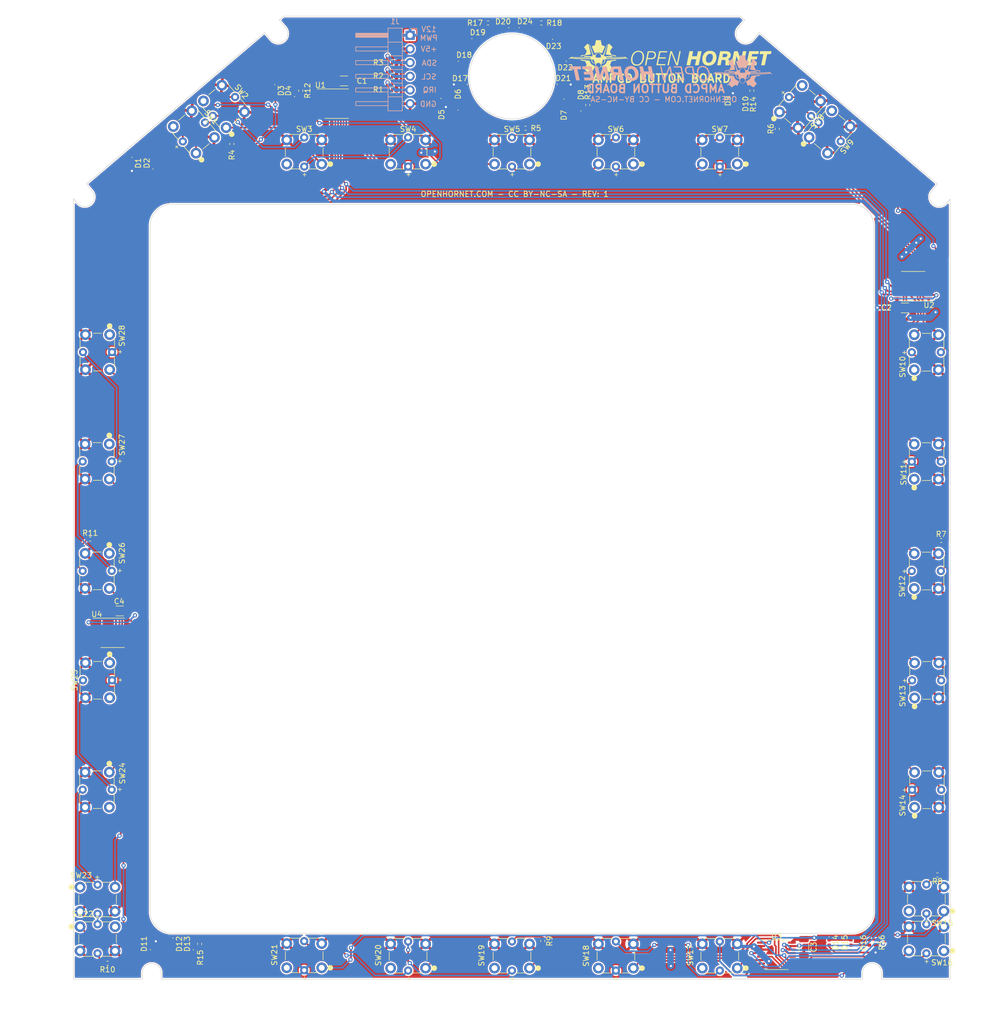
<source format=kicad_pcb>
(kicad_pcb (version 20211014) (generator pcbnew)
  (layers (0 "F.Cu" signal) (31 "B.Cu" signal) (34 "B.Paste" user) (35 "F.Paste" user) (36 "B.SilkS" user "B.Silkscreen") (37 "F.SilkS" user "F.Silkscreen") (38 "B.Mask" user) (39 "F.Mask" user) (44 "Edge.Cuts" user))
  (net 0 "")
  (net 1 "+5V")
  (net 2 "SDA")
  (net 3 "SCL")
  (net 4 "IRQ")
  (net 5 "GND")
  (net 6 "Net-(U2-Pad12)")
  (net 7 "Net-(U3-Pad12)")
  (net 8 "Net-(U4-Pad12)")
  (net 9 "Net-(D1-Pad1)")
  (net 10 "Net-(D10-Pad2)")
  (net 11 "Net-(U1-Pad12)")
  (net 12 "VCC")
  (net 13 "Net-(D2-Pad1)")
  (net 14 "Net-(D3-Pad1)")
  (net 15 "Net-(D4-Pad1)")
  (net 16 "Net-(D5-Pad1)")
  (net 17 "Net-(D6-Pad1)")
  (net 18 "Net-(D7-Pad1)")
  (net 19 "Net-(D8-Pad1)")
  (net 20 "Net-(D10-Pad1)")
  (net 21 "Net-(D11-Pad1)")
  (net 22 "Net-(D12-Pad1)")
  (net 23 "Net-(D13-Pad1)")
  (net 24 "Net-(D14-Pad1)")
  (net 25 "Net-(D17-Pad1)")
  (net 26 "Net-(D18-Pad1)")
  (net 27 "Net-(D19-Pad1)")
  (net 28 "Net-(D20-Pad1)")
  (net 29 "Net-(D21-Pad1)")
  (net 30 "Net-(D22-Pad1)")
  (net 31 "Net-(D23-Pad1)")
  (net 32 "Net-(D24-Pad1)")
  (net 33 "Net-(R4-Pad2)")
  (net 34 "Net-(R5-Pad2)")
  (net 35 "Net-(R6-Pad2)")
  (net 36 "Net-(R7-Pad2)")
  (net 37 "Net-(R8-Pad2)")
  (net 38 "Net-(R9-Pad2)")
  (net 39 "Net-(R10-Pad2)")
  (net 40 "Net-(R11-Pad2)")
  (net 41 "Net-(SW1-Pad4)")
  (net 42 "/U1P0")
  (net 43 "/U1P1")
  (net 44 "Net-(SW2-Pad4)")
  (net 45 "/U1P2")
  (net 46 "/U1P3")
  (net 47 "/U1P4")
  (net 48 "/U2P0")
  (net 49 "Net-(SW6-Pad4)")
  (net 50 "/U2P1")
  (net 51 "/U2P2")
  (net 52 "Net-(SW10-Pad3)")
  (net 53 "/U2P3")
  (net 54 "/U2P4")
  (net 55 "/U3P0")
  (net 56 "/U3P1")
  (net 57 "Net-(SW12-Pad4)")
  (net 58 "/U3P2")
  (net 59 "/U3P3")
  (net 60 "/U3P4")
  (net 61 "Net-(SW16-Pad4)")
  (net 62 "/U4P0")
  (net 63 "/U4P1")
  (net 64 "Net-(SW17-Pad4)")
  (net 65 "/U4P2")
  (net 66 "/U4P3")
  (net 67 "Net-(SW19-Pad4)")
  (net 68 "/U4P4")
  (net 69 "Net-(D15-Pad1)")
  (net 70 "Net-(D16-Pad1)")
  (net 71 "/U1P6")
  (net 72 "/U1P5")
  (net 73 "/U2P6")
  (net 74 "/U2P5")
  (net 75 "/U3P6")
  (net 76 "/U3P5")
  (net 77 "/U4P6")
  (net 78 "/U4P5")
  (net 79 "Net-(SW3-Pad4)")
  (net 80 "Net-(SW5-Pad4)")
  (net 81 "Net-(SW8-Pad4)")
  (net 82 "Net-(SW10-Pad4)")
  (net 83 "Net-(SW13-Pad4)")
  (net 84 "Net-(SW15-Pad4)")
  (net 85 "Net-(SW20-Pad4)")
  (net 86 "Net-(SW22-Pad4)")
  (net 87 "Net-(SW23-Pad4)")
  (net 88 "Net-(SW24-Pad4)")
  (net 89 "Net-(SW26-Pad4)")
  (net 90 "Net-(SW27-Pad4)")
  (footprint "OH_Footprints:R_0402_1005Metric" (layer "F.Cu") (at 288.281122 -61.55449 -90)
    (fp_text reference "R16")
    (fp_text value "150")
  )
  (footprint "OH_Footprints:R_0402_1005Metric" (layer "F.Cu") (at 300.473122 -136.23049)
    (fp_text reference "R7")
    (fp_text value "150")
  )
  (footprint "OH_Footprints:TSSOP-16_4.4x5mm_P0.65mm" (layer "F.Cu") (at 269.866122 -59.26849)
    (fp_text reference "U3")
    (fp_text value "TCA9554PWR")
  )
  (footprint "OH_Footprints:R_0402_1005Metric" (layer "F.Cu") (at 299.773271 -74.09876 180)
    (fp_text reference "R8")
    (fp_text value "33")
  )
  (footprint "OH_Footprints:TSSOP-16_4.4x5mm_P0.65mm" (layer "F.Cu") (at 188.154322 -217.38349)
    (fp_text reference "U1")
    (fp_text value "TCA9554PWR")
  )
  (footprint "OH_Footprints:R_0402_1005Metric" (layer "F.Cu") (at 216.272122 -232.36949 180)
    (fp_text reference "R17")
    (fp_text value "33")
  )
  (footprint "OH_Footprints:R_0402_1005Metric" (layer "F.Cu") (at 223.257122 -212.81149 180)
    (fp_text reference "R5")
    (fp_text value "150")
  )
  (footprint "OH_Footprints:R_0402_1005Metric" (layer "F.Cu") (at 142.358122 -136.50989 180)
    (fp_text reference "R11")
    (fp_text value "150")
  )
  (footprint "OH_Footprints:R_0402_1005Metric" (layer "F.Cu") (at 226.178122 -232.36949)
    (fp_text reference "R18")
    (fp_text value "33")
  )
  (footprint "OH_Footprints:R_0402_1005Metric" (layer "F.Cu") (at 145.573271 -57.69876 180)
    (fp_text reference "R10")
    (fp_text value "33")
  )
  (footprint "OH_Footprints:TSSOP-16_4.4x5mm_P0.65mm" (layer "F.Cu") (at 146.523722 -119.08549)
    (fp_text reference "U4")
    (fp_text value "TCA9554PWR")
  )
  (footprint "OH_Footprints:R_0402_1005Metric" (layer "F.Cu") (at 234.814122 -217.12949 90)
    (fp_text reference "R13")
    (fp_text value "33")
  )
  (footprint "OH_Footprints:R_0402_1005Metric" (layer "F.Cu") (at 181.474122 -219.79649 90)
    (fp_text reference "R12")
    (fp_text value "33")
  )
  (footprint "OH_Footprints:R_0402_1005Metric" (layer "F.Cu") (at 270.023271 -212.69876 90)
    (fp_text reference "R6")
    (fp_text value "33")
  )
  (footprint "OH_Footprints:R_0402_1005Metric" (layer "F.Cu") (at 265.294122 -219.79649 90)
    (fp_text reference "R14")
    (fp_text value "270")
  )
  (footprint "OH_Footprints:TSSOP-16_4.4x5mm_P0.65mm" (layer "F.Cu") (at 295.266122 -183.47449 180)
    (fp_text reference "U2")
    (fp_text value "TCA9554PWR")
  )
  (footprint "OH_Footprints:R_0402_1005Metric" (layer "F.Cu") (at 162.678122 -61.30049 90)
    (fp_text reference "R15")
    (fp_text value "150")
  )
  (footprint "OH_Footprints:R_0402_1005Metric" (layer "F.Cu") (at 226.432122 -61.83389 90)
    (fp_text reference "R9")
    (fp_text value "150")
  )
  (footprint "OH_Footprints:R_0402_1005Metric" (layer "F.Cu") (at 168.673271 -209.89876 90)
    (fp_text reference "R4")
    (fp_text value "33")
  )
  (footprint "OH_Footprints:LED_0402_1005Metric" (layer "F.Cu") (at 219.066122 -231.48049 180)
    (fp_text reference "D20")
    (fp_text value "LED")
  )
  (footprint "OH_Footprints:R_0603_1608Metric" (layer "F.Cu") (at 198.429122 -222.46349 180)
    (fp_text reference "R2")
    (fp_text value "10K")
  )
  (footprint "OH_Footprints:LED_0402_1005Metric" (layer "F.Cu") (at 211.827122 -225.25749)
    (fp_text reference "D18")
    (fp_text value "LED")
  )
  (footprint "OH_Footprints:R_0603_1608Metric" (layer "F.Cu") (at 198.429122 -219.92349 180)
    (fp_text reference "R1")
    (fp_text value "10K")
  )
  (footprint "OH_Footprints:LED_0402_1005Metric" (layer "F.Cu") (at 229.734122 -225.25749 180)
    (fp_text reference "D22")
    (fp_text value "LED")
  )
  (footprint "OH_Footprints:LED_0402_1005Metric" (layer "F.Cu") (at 264.151122 -219.79649 90)
    (fp_text reference "D10")
    (fp_text value "LED")
  )
  (footprint "OH_Footprints:LED_0402_1005Metric" (layer "F.Cu") (at 214.367122 -229.44849)
    (fp_text reference "D19")
    (fp_text value "LED")
  )
  (footprint "OH_Footprints:LED_0402_1005Metric" (layer "F.Cu") (at 283.709122 -61.55449 90)
    (fp_text reference "D15")
    (fp_text value "LED")
  )
  (footprint "OH_Footprints:LED_0402_1005Metric" (layer "F.Cu") (at 223.130122 -231.48049)
    (fp_text reference "D24")
    (fp_text value "LED")
  )
  (footprint "OH_Footprints:LED_0402_1005Metric" (layer "F.Cu") (at 211.319122 -220.93949 180)
    (fp_text reference "D17")
    (fp_text value "LED")
  )
  (footprint "OH_Footprints:LED_0402_1005Metric" (layer "F.Cu") (at 227.194122 -229.32149 180)
    (fp_text reference "D23")
    (fp_text value "LED")
  )
  (footprint "OH_Footprints:LED_0402_1005Metric" (layer "F.Cu") (at 153.534122 -61.30049 90)
    (fp_text reference "D11")
    (fp_text value "LED")
  )
  (footprint "OH_Footprints:LED_0402_1005Metric" (layer "F.Cu") (at 230.242122 -220.93949)
    (fp_text reference "D21")
    (fp_text value "LED")
  )
  (footprint "OH_Footprints:LED_0402_1005Metric" (layer "F.Cu") (at 287.138122 -61.55449 -90)
    (fp_text reference "D16")
    (fp_text value "LED")
  )
  (footprint "OH_Footprints:LED_0402_1005Metric" (layer "F.Cu") (at 161.535122 -61.30049 90)
    (fp_text reference "D13")
    (fp_text value "LED")
  )
  (footprint "OH_Footprints:LED_0402_1005Metric" (layer "F.Cu") (at 279.645122 -61.55449 -90)
    (fp_text reference "D14")
    (fp_text value "LED")
  )
  (footprint "OH_Footprints:LED_0402_1005Metric" (layer "F.Cu") (at 157.725122 -61.30049 -90)
    (fp_text reference "D12")
    (fp_text value "LED")
  )
  (footprint "OH_Footprints:LED_0402_1005Metric" (layer "F.Cu") (at 233.544122 -217.12949 90)
    (fp_text reference "D8")
    (fp_text value "LED")
  )
  (footprint "OH_Footprints:LED_0402_1005Metric" (layer "F.Cu") (at 230.369122 -217.12949 -90)
    (fp_text reference "D7")
    (fp_text value "LED")
  )
  (footprint "OH_Footprints:LED_0402_1005Metric" (layer "F.Cu") (at 210.684122 -217.25649 90)
    (fp_text reference "D6")
    (fp_text value "LED")
  )
  (footprint "OH_Footprints:LED_0402_1005Metric" (layer "F.Cu") (at 180.331122 -219.79649 90)
    (fp_text reference "D4")
    (fp_text value "LED")
  )
  (footprint "OH_Footprints:C_1206_3216Metric" (layer "F.Cu") (at 189.500522 -221.59989 180)
    (fp_text reference "C1")
    (fp_text value "47uF")
  )
  (footprint "OH_Footprints:LED_0402_1005Metric" (layer "F.Cu") (at 176.648122 -219.79649 -90)
    (fp_text reference "D3")
    (fp_text value "LED")
  )
  (footprint "OH_Footprints:LED_0402_1005Metric" (layer "F.Cu") (at 154.042122 -206.33449 90)
    (fp_text reference "D2")
    (fp_text value "LED")
  )
  (footprint "OH_Footprints:C_1206_3216Metric" (layer "F.Cu") (at 147.844522 -123.14949 180)
    (fp_text reference "C4")
    (fp_text value "47uF")
  )
  (footprint "OH_Footprints:C_1206_3216Metric" (layer "F.Cu") (at 293.742122 -179.43589)
    (fp_text reference "C2")
    (fp_text value "47uF")
  )
  (footprint "OH_Footprints:LED_0402_1005Metric" (layer "F.Cu") (at 260.849122 -219.79649 -90)
    (fp_text reference "D9")
    (fp_text value "LED")
  )
  (footprint "OH_Footprints:LED_0402_1005Metric" (layer "F.Cu") (at 150.105122 -206.33449 -90)
    (fp_text reference "D1")
    (fp_text value "LED")
  )
  (footprint "OH_Footprints:LED_0402_1005Metric" (layer "F.Cu") (at 207.509122 -217.25649 -90)
    (fp_text reference "D5")
    (fp_text value "LED")
  )
  (footprint "OH_Footprints:TL1240GQ_old" (layer "F.Cu") (at 161.223271 -216.04876 -49.6)
    (fp_text reference "SW1")
    (fp_text value "TL1240GQ_old")
  )
  (footprint "OH_Footprints:TL1240GQ_old" (layer "F.Cu") (at 166.823271 -220.79876 -49.6)
    (fp_text reference "SW2")
    (fp_text value "TL1240GQ_old")
  )
  (footprint "OH_Footprints:TL1240GQ_old" (layer "F.Cu") (at 178.870622 -210.65249)
    (fp_text reference "SW3")
    (fp_text value "TL1240GQ_old")
  )
  (footprint "OH_Footprints:TL1240GQ_old" (layer "F.Cu") (at 198.174622 -210.65249)
    (fp_text reference "SW4")
    (fp_text value "TL1240GQ_old")
  )
  (footprint "OH_Footprints:TL1240GQ_old" (layer "F.Cu") (at 217.478622 -210.65249)
    (fp_text reference "SW5")
    (fp_text value "TL1240GQ_old")
  )
  (footprint "OH_Footprints:TL1240GQ_old" (layer "F.Cu") (at 236.782622 -210.65249)
    (fp_text reference "SW6")
    (fp_text value "TL1240GQ_old")
  )
  (footprint "OH_Footprints:TL1240GQ_old" (layer "F.Cu") (at 256.086622 -210.65249)
    (fp_text reference "SW7")
    (fp_text value "TL1240GQ_old")
  )
  (footprint "OH_Footprints:TL1240GQ_old" (layer "F.Cu") (at 278.073271 -217.84876 -130.4)
    (fp_text reference "SW8")
    (fp_text value "TL1240GQ_old")
  )
  (footprint "OH_Footprints:TL1240GQ_old" (layer "F.Cu") (at 283.573271 -213.14876 -130.4)
    (fp_text reference "SW9")
    (fp_text value "TL1240GQ_old")
  )
  (footprint "OH_Footprints:TL1240GQ_old" (layer "F.Cu") (at 299.965122 -174.45749 -90)
    (fp_text reference "SW10")
    (fp_text value "TL1240GQ_old")
  )
  (footprint "OH_Footprints:TL1240GQ_old" (layer "F.Cu") (at 299.965122 -154.13749 -90)
    (fp_text reference "SW11")
    (fp_text value "TL1240GQ_old")
  )
  (footprint "OH_Footprints:TL1240GQ_old" (layer "F.Cu") (at 299.965122 -133.81749 -90)
    (fp_text reference "SW12")
    (fp_text value "TL1240GQ_old")
  )
  (footprint "OH_Footprints:TL1240GQ_old" (layer "F.Cu") (at 300.028622 -113.49749 -90)
    (fp_text reference "SW13")
    (fp_text value "TL1240GQ_old")
  )
  (footprint "OH_Footprints:TL1240GQ_old" (layer "F.Cu") (at 300.028622 -93.17749 -90)
    (fp_text reference "SW14")
    (fp_text value "TL1240GQ_old")
  )
  (footprint "OH_Footprints:TL1240GQ_old" (layer "F.Cu") (at 294.473271 -64.49876)
    (fp_text reference "SW16")
    (fp_text value "TL1240GQ_old")
  )
  (footprint "OH_Footprints:TL1240GQ_old" (layer "F.Cu") (at 256.086622 -61.30049)
    (fp_text reference "SW17")
    (fp_text value "TL1240GQ_old")
  )
  (footprint "OH_Footprints:TL1240GQ_old" (layer "F.Cu") (at 236.782622 -61.30049)
    (fp_text reference "SW18")
    (fp_text value "TL1240GQ_old")
  )
  (footprint "OH_Footprints:TL1240GQ_old" (layer "F.Cu") (at 217.478622 -61.30049)
    (fp_text reference "SW19")
    (fp_text value "TL1240GQ_old")
  )
  (footprint "OH_Footprints:TL1240GQ_old" (layer "F.Cu") (at 198.174622 -61.30049)
    (fp_text reference "SW20")
    (fp_text value "TL1240GQ_old")
  )
  (footprint "OH_Footprints:TL1240GQ_old" (layer "F.Cu") (at 178.870622 -61.36399)
    (fp_text reference "SW21")
    (fp_text value "TL1240GQ_old")
  )
  (footprint "OH_Footprints:TL1240GQ_old" (layer "F.Cu") (at 146.973271 -59.99876 180)
    (fp_text reference "SW22")
    (fp_text value "TL1240GQ_old")
  )
  (footprint "OH_Footprints:TL1240GQ_old" (layer "F.Cu") (at 146.973271 -67.34876 180)
    (fp_text reference "SW23")
    (fp_text value "TL1240GQ_old")
  )
  (footprint "OH_Footprints:TL1240GQ_old" (layer "F.Cu") (at 141.405622 -86.70049 90)
    (fp_text reference "SW24")
    (fp_text value "TL1240GQ_old")
  )
  (footprint "OH_Footprints:TL1240GQ_old" (layer "F.Cu") (at 141.469122 -107.02049 90)
    (fp_text reference "SW25")
    (fp_text value "TL1240GQ_old")
  )
  (footprint "OH_Footprints:TL1240GQ_old" (layer "F.Cu") (at 141.405622 -127.34049 90)
    (fp_text reference "SW26")
    (fp_text value "TL1240GQ_old")
  )
  (footprint "OH_Footprints:TL1240GQ_old" (layer "F.Cu") (at 141.405622 -147.66049 90)
    (fp_text reference "SW27")
    (fp_text value "TL1240GQ_old")
  )
  (footprint "OH_Footprints:TL1240GQ_old" (layer "F.Cu") (at 141.469122 -167.98049 90)
    (fp_text reference "SW28")
    (fp_text value "TL1240GQ_old")
  )
  (footprint "OH_Footprints:C_1206_3216Metric" (layer "F.Cu") (at 274.960122 -60.70049 -90)
    (fp_text reference "C3")
    (fp_text value "47uF")
  )
  (footprint "OH_Footprints:R_0603_1608Metric" (layer "F.Cu") (at 198.429122 -225.00349 180)
    (fp_text reference "R3")
    (fp_text value "10K")
  )
  (footprint "KiCAD Libraries:OH_LOGO_37.7mm_5.9mm" (layer "F.Cu") (at 250.104922 -226.19729)
    (fp_text reference "G***" hide)
    (fp_text value "LOGO" hide)
  )
  (footprint "OH_Footprints:TL1240GQ_old" (layer "F.Cu") (at 294.473271 -71.89876)
    (fp_text reference "SW15")
    (fp_text value "TL1240GQ_old")
  )
  (footprint "Connector_PinHeader_2.54mm:PinHeader_1x06_P2.54mm_Horizontal" (layer "B.Cu") (at 201.794122 -230.08349 180)
    (fp_text reference "J1")
    (fp_text value "Conn_01x06")
  )
  (footprint "KiCAD Libraries:OH_LOGO_37.7mm_5.9mm" (layer "B.Cu") (at 250.231922 -223.37789 180)
    (fp_text reference "G***" hide)
    (fp_text value "LOGO" hide)
  )
  (gr_line (start 155.565622 -54.760491) (end 155.565624 -55.903491) (layer "Edge.Cuts") (width 0.1))
  (gr_line (start 263.134623 -233.627291) (end 178.298623 -233.627291) (layer "Edge.Cuts") (width 0.1))
  (gr_line (start 287.963622 -67.33299) (end 287.963622 -194.65149) (layer "Edge.Cuts") (width 0.1))
  (gr_line (start 283.899622 -198.71549) (end 157.533624 -198.71549) (layer "Edge.Cuts") (width 0.1))
  (gr_line (start 153.469624 -194.65149) (end 153.469624 -67.33299) (layer "Edge.Cuts") (width 0.1))
  (gr_line (start 157.533624 -63.26899) (end 283.899622 -63.26899) (layer "Edge.Cuts") (width 0.1))
  (gr_line (start 302.123622 -54.760491) (end 302.123623 -199.654791) (layer "Edge.Cuts") (width 0.1))
  (gr_line (start 301.361622 -198.778491) (end 302.123623 -199.654791) (layer "Edge.Cuts") (width 0.1))
  (gr_line (start 266.690623 -230.579291) (end 299.774123 -202.448791) (layer "Edge.Cuts") (width 0.1))
  (gr_arc (start 157.533624 -63.26899) (mid 154.659942 -64.459308) (end 153.469624 -67.33299) (layer "Edge.Cuts") (width 0.1))
  (gr_arc (start 178.552622 -231.65879) (mid 178.552622 -229.118792) (end 176.012624 -229.118792) (layer "Edge.Cuts") (width 0.1))
  (gr_line (start 152.009624 -55.903491) (end 152.009622 -54.760491) (layer "Edge.Cuts") (width 0.1))
  (gr_line (start 140.071624 -198.778491) (end 139.246122 -199.730991) (layer "Edge.Cuts") (width 0.1))
  (gr_line (start 262.880624 -231.65879) (end 263.960123 -232.928791) (layer "Edge.Cuts") (width 0.1))
  (gr_line (start 139.246122 -199.730991) (end 139.246122 -54.760491) (layer "Edge.Cuts") (width 0.1))
  (gr_line (start 263.960123 -232.928791) (end 263.134623 -233.627291) (layer "Edge.Cuts") (width 0.1))
  (gr_line (start 285.867622 -55.903491) (end 285.867622 -54.760491) (layer "Edge.Cuts") (width 0.1))
  (gr_line (start 177.473123 -232.928791) (end 178.298623 -233.627291) (layer "Edge.Cuts") (width 0.1))
  (gr_arc (start 287.963622 -67.33299) (mid 286.773304 -64.459308) (end 283.899622 -63.26899) (layer "Edge.Cuts") (width 0.1))
  (gr_arc (start 142.611622 -201.318489) (mid 142.611622 -198.778491) (end 140.071624 -198.778491) (layer "Edge.Cuts") (width 0.1))
  (gr_arc (start 283.899622 -198.71549) (mid 286.773304 -197.525172) (end 287.963622 -194.65149) (layer "Edge.Cuts") (width 0.1))
  (gr_line (start 174.742623 -230.579291) (end 141.659122 -202.461491) (layer "Edge.Cuts") (width 0.1))
  (gr_line (start 178.552622 -231.65879) (end 177.473123 -232.928791) (layer "Edge.Cuts") (width 0.1))
  (gr_arc (start 153.469624 -194.65149) (mid 154.659942 -197.525172) (end 157.533624 -198.71549) (layer "Edge.Cuts") (width 0.1))
  (gr_arc (start 285.867622 -55.903491) (mid 287.645622 -57.681491) (end 289.423622 -55.903491) (layer "Edge.Cuts") (width 0.1))
  (gr_line (start 289.423622 -55.903491) (end 289.423622 -54.760491) (layer "Edge.Cuts") (width 0.1))
  (gr_line (start 289.423622 -54.760491) (end 302.123622 -54.760491) (layer "Edge.Cuts") (width 0.1))
  (gr_line (start 176.012624 -229.118792) (end 174.742623 -230.579291) (layer "Edge.Cuts") (width 0.1))
  (gr_arc (start 301.361622 -198.778491) (mid 298.821624 -198.778491) (end 298.821624 -201.318489) (layer "Edge.Cuts") (width 0.1))
  (gr_circle (center 220.716623 -222.451291) (end 212.791823 -222.527491) (layer "Edge.Cuts") (width 0.1) (fill none))
  (gr_line (start 298.821624 -201.318489) (end 299.774123 -202.448791) (layer "Edge.Cuts") (width 0.1))
  (gr_arc (start 265.420622 -229.118792) (mid 262.880624 -229.118792) (end 262.880624 -231.65879) (layer "Edge.Cuts") (width 0.1))
  (gr_line (start 142.611622 -201.318489) (end 141.659122 -202.461491) (layer "Edge.Cuts") (width 0.1))
  (gr_line (start 265.420622 -229.118792) (end 266.690623 -230.579291) (layer "Edge.Cuts") (width 0.1))
  (gr_arc (start 152.009624 -55.903491) (mid 153.787624 -57.681491) (end 155.565624 -55.903491) (layer "Edge.Cuts") (width 0.1))
  (gr_line (start 285.867622 -54.760491) (end 155.565622 -54.760491) (layer "Edge.Cuts") (width 0.1))
  (gr_line (start 152.009622 -54.760491) (end 139.246122 -54.760491) (layer "Edge.Cuts") (width 0.1))
  (gr_text "AMPCD BUTTON BOARD" (at 247.412522 -220.15209) (layer "B.SilkS") (effects (font (size 1.5 1.5) (thickness 0.3)) (justify mirror)))
  (gr_text "OPENHORNET.COM - CC BY-NC-SA" (at 248.936522 -218.17089) (layer "B.SilkS") (effects (font (size 1 1)) (justify mirror)))
  (gr_text "GND" (at 205.172322 -217.30729) (layer "B.SilkS") (effects (font (size 1 1)) (justify mirror)))
  (gr_text "12V\nPWM" (at 205.273922 -230.38829) (layer "B.SilkS") (effects (font (size 1 1)) (justify mirror)))
  (gr_text "+5V" (at 205.299322 -227.54349) (layer "B.SilkS") (effects (font (size 1 1)) (justify mirror)))
  (gr_text "SCL" (at 205.299322 -222.38729) (layer "B.SilkS") (effects (font (size 1 1)) (justify mirror)))
  (gr_text "IRQ" (at 205.451722 -219.92349) (layer "B.SilkS") (effects (font (size 1 1)) (justify mirror)))
  (gr_text "SDA" (at 205.375522 -224.92729) (layer "B.SilkS") (effects (font (size 1 1)) (justify mirror)))
  (gr_text "AMPCD BUTTON BOARD" (at 248.504722 -222.05709) (layer "F.SilkS") (effects (font (size 1.5 1.5) (thickness 0.3))))
  (gr_text "OPENHORNET.COM - CC BY-NC-SA - REV: 1" (at 221.225122 -200.59409) (layer "F.SilkS") (effects (font (size 1 1))))
  (segment (start 292.267122 -179.43589) (end 292.267122 -181.06299) (width 0.6096) (layer "F.Cu") (net 1))
  (segment (start 149.386222 -121.36049) (end 149.685122 -121.36049) (width 0.3048) (layer "F.Cu") (net 1))
  (segment (start 299.509834 -181.84949) (end 299.569712 -181.789612) (width 0.3048) (layer "F.Cu") (net 1))
  (segment (start 201.794122 -227.54349) (end 196.919122 -227.54349) (width 0.6096) (layer "F.Cu") (net 1))
  (segment (start 199.254122 -219.92349) (end 199.254122 -222.46349) (width 0.6096) (layer "F.Cu") (net 1))
  (segment (start 142.070122 -121.03549) (end 142.210122 -121.03549) (width 0.3048) (layer "F.Cu") (net 1))
  (segment (start 268.480122 -61.53549) (end 267.011622 -61.53549) (width 0.3048) (layer "F.Cu") (net 1))
  (segment (start 187.250461 -217.874829) (end 187.250461 -202.535029) (width 0.6096) (layer "F.Cu") (net 1))
  (segment (start 190.975522 -219.69979) (end 191.016822 -219.65849) (width 0.3048) (layer "F.Cu") (net 1))
  (segment (start 149.685122 -121.36049) (end 150.660122 -122.33549) (width 0.3048) (layer "F.Cu") (net 1))
  (segment (start 267.011622 -61.53549) (end 267.003622 -61.54349) (width 0.3048) (layer "F.Cu") (net 1))
  (segment (start 275.230122 -62.44549) (end 274.960122 -62.17549) (width 0.6096) (layer "F.Cu") (net 1))
  (segment (start 151.349722 -197.192209) (end 151.349722 -125.17969) (width 0.6096) (layer "F.Cu") (net 1))
  (segment (start 151.349722 -125.17969) (end 149.319522 -123.14949) (width 0.6096) (layer "F.Cu") (net 1))
  (segment (start 142.220122 -121.03549) (end 142.545122 -121.36049) (width 0.3048) (layer "F.Cu") (net 1))
  (segment (start 185.500164 -200.784732) (end 154.942245 -200.784732) (width 0.6096) (layer "F.Cu") (net 1))
  (segment (start 292.267122 -181.06299) (end 292.348812 -181.14468) (width 0.6096) (layer "F.Cu") (net 1))
  (segment (start 291.202695 -181.19949) (end 291.174199 -181.170994) (width 0.3048) (layer "F.Cu") (net 1))
  (segment (start 292.403622 -181.19949) (end 291.202695 -181.19949) (width 0.3048) (layer "F.Cu") (net 1))
  (segment (start 142.070122 -121.03549) (end 142.220122 -121.03549) (width 0.3048) (layer "F.Cu") (net 1))
  (segment (start 274.960122 -62.17549) (end 273.360622 -62.17549) (width 0.6096) (layer "F.Cu") (net 1))
  (segment (start 149.319522 -121.42719) (end 149.331412 -121.4153) (width 0.6096) (layer "F.Cu") (net 1))
  (segment (start 190.975522 -221.59989) (end 190.975522 -219.69979) (width 0.3048) (layer "F.Cu") (net 1))
  (segment (start 142.545122 -121.36049) (end 143.661222 -121.36049) (width 0.3048) (layer "F.Cu") (net 1))
  (segment (start 199.254122 -225.00349) (end 201.794122 -227.54349) (width 0.6096) (layer "F.Cu") (net 1))
  (segment (start 154.942245 -200.784732) (end 151.349722 -197.192209) (width 0.6096) (layer "F.Cu") (net 1))
  (segment (start 190.975522 -221.59989) (end 187.250461 -217.874829) (width 0.6096) (layer "F.Cu") (net 1))
  (segment (start 292.216322 -179.48669) (end 292.267122 -179.43589) (width 0.6096) (layer "F.Cu") (net 1))
  (segment (start 276.880122 -62.44549) (end 275.230122 -62.44549) (width 0.6096) (layer "F.Cu") (net 1))
  (segment (start 187.250461 -202.535029) (end 185.766722 -201.05129) (width 0.6096) (layer "F.Cu") (net 1))
  (segment (start 196.919122 -227.54349) (end 190.975522 -221.59989) (width 0.6096) (layer "F.Cu") (net 1))
  (segment (start 273.360622 -62.17549) (end 272.783432 -61.5983) (width 0.6096) (layer "F.Cu") (net 1))
  (segment (start 149.319522 -123.14949) (end 149.319522 -121.42719) (width 0.6096) (layer "F.Cu") (net 1))
  (segment (start 298.128622 -181.84949) (end 299.509834 -181.84949) (width 0.3048) (layer "F.Cu") (net 1))
  (segment (start 185.766722 -201.05129) (end 185.500164 -200.784732) (width 0.6096) (layer "F.Cu") (net 1))
  (segment (start 142.210122 -121.03549) (end 142.535122 -120.71049) (width 0.3048) (layer "F.Cu") (net 1))
  (segment (start 199.254122 -222.46349) (end 199.254122 -225.00349) (width 0.6096) (layer "F.Cu") (net 1))
  (segment (start 288.613622 -179.48669) (end 292.216322 -179.48669) (width 0.6096) (layer "F.Cu") (net 1))
  (segment (start 142.535122 -120.71049) (end 143.661222 -120.71049) (width 0.3048) (layer "F.Cu") (net 1))
  (via (at 276.880122 -62.44549) (size 0.8) (drill 0.4) (layers "F.Cu" "B.Cu") (net 1))
  (via (at 299.569712 -181.789612) (size 0.8) (drill 0.4) (layers "F.Cu" "B.Cu") (net 1))
  (via (at 150.660122 -122.33549) (size 0.8) (drill 0.4) (layers "F.Cu" "B.Cu") (net 1))
  (via (at 288.613622 -179.48669) (size 0.8) (drill 0.4) (layers "F.Cu" "B.Cu") (net 1))
  (via (at 291.174199 -181.170994) (size 0.8) (drill 0.4) (layers "F.Cu" "B.Cu") (net 1))
  (via (at 185.766722 -201.05129) (size 0.8) (drill 0.4) (layers "F.Cu" "B.Cu") (net 1))
  (via (at 268.480122 -61.53549) (size 0.8) (drill 0.4) (layers "F.Cu" "B.Cu") (net 1))
  (via (at 142.070122 -121.03549) (size 0.8) (drill 0.4) (layers "F.Cu" "B.Cu") (net 1))
  (segment (start 276.880122 -62.44549) (end 269.390122 -62.44549) (width 0.3048) (layer "B.Cu") (net 1))
  (segment (start 291.174199 -181.170994) (end 298.951094 -181.170994) (width 0.3048) (layer "B.Cu") (net 1))
  (segment (start 288.518432 -196.729524) (end 288.518432 -179.58188) (width 0.6096) (layer "B.Cu") (net 1))
  (segment (start 288.518433 -179.391501) (end 288.518433 -65.413237) (width 0.6096) (layer "B.Cu") (net 1))
  (segment (start 149.360122 -121.03549) (end 142.070122 -121.03549) (width 0.3048) (layer "B.Cu") (net 1))
  (segment (start 187.547712 -199.2703) (end 285.977656 -199.2703) (width 0.6096) (layer "B.Cu") (net 1))
  (segment (start 288.613622 -179.48669) (end 288.518433 -179.391501) (width 0.6096) (layer "B.Cu") (net 1))
  (segment (start 288.518432 -179.58188) (end 288.613622 -179.48669) (width 0.6096) (layer "B.Cu") (net 1))
  (segment (start 285.977656 -199.2703) (end 288.518432 -196.729524) (width 0.6096) (layer "B.Cu") (net 1))
  (segment (start 185.766722 -201.05129) (end 187.547712 -199.2703) (width 0.6096) (layer "B.Cu") (net 1))
  (segment (start 150.660122 -122.33549) (end 149.360122 -121.03549) (width 0.3048) (layer "B.Cu") (net 1))
  (segment (start 298.951094 -181.170994) (end 299.569712 -181.789612) (width 0.3048) (layer "B.Cu") (net 1))
  (segment (start 269.390122 -62.44549) (end 268.480122 -61.53549) (width 0.3048) (layer "B.Cu") (net 1))
  (segment (start 288.518433 -65.413237) (end 285.550686 -62.44549) (width 0.6096) (layer "B.Cu") (net 1))
  (segment (start 285.550686 -62.44549) (end 276.880122 -62.44549) (width 0.6096) (layer "B.Cu") (net 1))
  (segment (start 197.603122 -226.27349) (end 197.603122 -225.00449) (width 0.6096) (layer "F.Cu") (net 2))
  (segment (start 292.403622 -181.84949) (end 292.32522 -181.927892) (width 0.3048) (layer "F.Cu") (net 2))
  (segment (start 197.604122 -225.00349) (end 197.604122 -224.85829) (width 0.3048) (layer "F.Cu") (net 2))
  (segment (start 152.006933 -196.919985) (end 155.21447 -200.127522) (width 0.3048) (layer "F.Cu") (net 2))
  (segment (start 191.016822 -219.00849) (end 190.161694 -219.00849) (width 0.3048) (layer "F.Cu") (net 2))
  (segment (start 197.604122 -224.85829) (end 191.754322 -219.00849) (width 0.3048) (layer "F.Cu") (net 2))
  (segment (start 186.417754 -200.127522) (end 187.265322 -200.97509) (width 0.3048) (layer "F.Cu") (net 2))
  (segment (start 155.21447 -200.127522) (end 186.417754 -200.127522) (width 0.3048) (layer "F.Cu") (net 2))
  (segment (start 150.11353 -120.71049) (end 152.006933 -122.603893) (width 0.3048) (layer "F.Cu") (net 2))
  (segment (start 197.604122 -225.00349) (end 197.604122 -224.87749) (width 0.3048) (layer "F.Cu") (net 2))
  (segment (start 152.006933 -122.603893) (end 152.006933 -196.919985) (width 0.3048) (layer "F.Cu") (net 2))
  (segment (start 149.386222 -120.71049) (end 150.11353 -120.71049) (width 0.3048) (layer "F.Cu") (net 2))
  (segment (start 190.161694 -219.00849) (end 187.907671 -216.754467) (width 0.3048) (layer "F.Cu") (net 2))
  (segment (start 292.32522 -181.927892) (end 289.806923 -181.927892) (width 0.3048) (layer "F.Cu") (net 2))
  (segment (start 289.806923 -181.927892) (end 289.423242 -182.311573) (width 0.3048) (layer "F.Cu") (net 2))
  (segment (start 187.907671 -201.617439) (end 187.265322 -200.97509) (width 0.3048) (layer "F.Cu") (net 2))
  (segment (start 187.907671 -216.754467) (end 187.907671 -201.617439) (width 0.3048) (layer "F.Cu") (net 2))
  (segment (start 274.005712 -60.89349) (end 274.100122 -60.9879) (width 0.3048) (layer "F.Cu") (net 2))
  (segment (start 197.603122 -225.00449) (end 197.604122 -225.00349) (width 0.6096) (layer "F.Cu") (net 2))
  (segment (start 191.754322 -219.00849) (end 191.016822 -219.00849) (width 0.3048) (layer "F.Cu") (net 2))
  (segment (start 272.728622 -60.89349) (end 274.005712 -60.89349) (width 0.3048) (layer "F.Cu") (net 2))
  (via (at 197.603122 -226.27349) (size 0.8) (drill 0.4) (layers "F.Cu" "B.Cu") (net 2))
  (via (at 274.100122 -60.9879) (size 0.8) (drill 0.4) (layers "F.Cu" "B.Cu") (net 2))
  (via (at 187.265322 -200.97509) (size 0.8) (drill 0.4) (layers "F.Cu" "B.Cu") (net 2))
  (via (at 289.423242 -182.311573) (size 0.8) (drill 0.4) (layers "F.Cu" "B.Cu") (net 2))
  (segment (start 285.022531 -60.9879) (end 289.4081 -65.373469) (width 0.3048) (layer "B.Cu") (net 2))
  (segment (start 289.175643 -197.001749) (end 289.175643 -182.559172) (width 0.3048) (layer "B.Cu") (net 2))
  (segment (start 198.873122 -225.00349) (end 197.603122 -226.27349) (width 0.6096) (layer "B.Cu") (net 2))
  (segment (start 188.230522 -200.00989) (end 286.167502 -200.00989) (width 0.3048) (layer "B.Cu") (net 2))
  (segment (start 274.100122 -60.9879) (end 285.022531 -60.9879) (width 0.3048) (layer "B.Cu") (net 2))
  (segment (start 289.4081 -65.373469) (end 289.4081 -182.296431) (width 0.3048) (layer "B.Cu") (net 2))
  (segment (start 289.175643 -182.559172) (end 289.423242 -182.311573) (width 0.3048) (layer "B.Cu") (net 2))
  (segment (start 187.265322 -200.97509) (end 188.230522 -200.00989) (width 0.3048) (layer "B.Cu") (net 2))
  (segment (start 286.167502 -200.00989) (end 289.175643 -197.001749) (width 0.3048) (layer "B.Cu") (net 2))
  (segment (start 289.4081 -182.296431) (end 289.423242 -182.311573) (width 0.3048) (layer "B.Cu") (net 2))
  (segment (start 201.794122 -225.00349) (end 198.873122 -225.00349) (width 0.6096) (layer "B.Cu") (net 2))
  (segment (start 156.694594 -199.559782) (end 156.705365 -199.572393) (width 0.3048) (layer "F.Cu") (net 3))
  (segment (start 156.540819 -199.531001) (end 156.551184 -199.543939) (width 0.3048) (layer "F.Cu") (net 3))
  (segment (start 150.17744 -120.06049) (end 152.511744 -122.394794) (width 0.3048) (layer "F.Cu") (net 3))
  (segment (start 156.551184 -199.543939) (end 156.551201 -199.543956) (width 0.3048) (layer "F.Cu") (net 3))
  (segment (start 271.903724 -60.34108) (end 271.638712 -60.606092) (width 0.3048) (layer "F.Cu") (net 3))
  (segment (start 156.398014 -199.510678) (end 156.540819 -199.531001) (width 0.3048) (layer "F.Cu") (net 3))
  (segment (start 157.151957 -199.616826) (end 157.157842 -199.622711) (width 0.3048) (layer "F.Cu") (net 3))
  (segment (start 272.728622 -60.24349) (end 272.631032 -60.34108) (width 0.3048) (layer "F.Cu") (net 3))
  (segment (start 157.00444 -199.602777) (end 157.015985 -199.614691) (width 0.3048) (layer "F.Cu") (net 3))
  (segment (start 156.705365 -199.572393) (end 156.849179 -199.58371) (width 0.3048) (layer "F.Cu") (net 3))
  (segment (start 149.386222 -120.06049) (end 150.17744 -120.06049) (width 0.3048) (layer "F.Cu") (net 3))
  (segment (start 156.551214 -199.543956) (end 156.694594 -199.559782) (width 0.3048) (layer "F.Cu") (net 3))
  (segment (start 157.015985 -199.614691) (end 157.151957 -199.616826) (width 0.3048) (layer "F.Cu") (net 3))
  (segment (start 187.039941 -199.622711) (end 189.154522 -201.737292) (width 0.3048) (layer "F.Cu") (net 3))
  (segment (start 197.603122 -222.46449) (end 197.604122 -222.46349) (width 0.6096) (layer "F.Cu") (net 3))
  (segment (start 272.631032 -60.34108) (end 271.903724 -60.34108) (width 0.3048) (layer "F.Cu") (net 3))
  (segment (start 152.511745 -196.663607) (end 155.302419 -199.454281) (width 0.3048) (layer "F.Cu") (net 3))
  (segment (start 292.403622 -182.49949) (end 290.630385 -182.49949) (width 0.3048) (layer "F.Cu") (net 3))
  (segment (start 188.412481 -202.479333) (end 189.154522 -201.737292) (width 0.3048) (layer "F.Cu") (net 3))
  (segment (start 157.157842 -199.622711) (end 187.039941 -199.622711) (width 0.3048) (layer "F.Cu") (net 3))
  (segment (start 156.860347 -199.595983) (end 157.00444 -199.602777) (width 0.3048) (layer "F.Cu") (net 3))
  (segment (start 197.603122 -223.73349) (end 197.603122 -222.46449) (width 0.6096) (layer "F.Cu") (net 3))
  (segment (start 290.630385 -182.49949) (end 290.004739 -183.125136) (width 0.3048) (layer "F.Cu") (net 3))
  (segment (start 193.499122 -218.35849) (end 191.016822 -218.35849) (width 0.3048) (layer "F.Cu") (net 3))
  (segment (start 271.638712 -60.606092) (end 271.638712 -60.783598) (width 0.3048) (layer "F.Cu") (net 3))
  (segment (start 156.245947 -199.47261) (end 156.388052 -199.49741) (width 0.3048) (layer "F.Cu") (net 3))
  (segment (start 156.551201 -199.543956) (end 156.551214 -199.543956) (width 0.3048) (layer "F.Cu") (net 3))
  (segment (start 156.849179 -199.58371) (end 156.860347 -199.595983) (width 0.3048) (layer "F.Cu") (net 3))
  (segment (start 188.412481 -216.545367) (end 188.412481 -202.479333) (width 0.3048) (layer "F.Cu") (net 3))
  (segment (start 197.604122 -222.46349) (end 193.499122 -218.35849) (width 0.3048) (layer "F.Cu") (net 3))
  (segment (start 152.511744 -122.394794) (end 152.511745 -196.663607) (width 0.3048) (layer "F.Cu") (net 3))
  (segment (start 190.225604 -218.35849) (end 188.412481 -216.545367) (width 0.3048) (layer "F.Cu") (net 3))
  (segment (start 155.302419 -199.454281) (end 156.227618 -199.454281) (width 0.3048) (layer "F.Cu") (net 3))
  (segment (start 156.388052 -199.49741) (end 156.398014 -199.510678) (width 0.3048) (layer "F.Cu") (net 3))
  (segment (start 271.638712 -60.783598) (end 271.294069 -61.128241) (width 0.3048) (layer "F.Cu") (net 3))
  (segment (start 191.016822 -218.35849) (end 190.225604 -218.35849) (width 0.3048) (layer "F.Cu") (net 3))
  (segment (start 156.227618 -199.454281) (end 156.245947 -199.47261) (width 0.3048) (layer "F.Cu") (net 3))
  (via (at 290.004739 -183.125136) (size 0.8) (drill 0.4) (layers "F.Cu" "B.Cu") (net 3))
  (via (at 271.294069 -61.128241) (size 0.8) (drill 0.4) (layers "F.Cu" "B.Cu") (net 3))
  (via (at 189.154522 -201.737292) (size 0.8) (drill 0.4) (layers "F.Cu" "B.Cu") (net 3))
  (via (at 197.603122 -223.73349) (size 0.8) (drill 0.4) (layers "F.Cu" "B.Cu") (net 3))
  (segment (start 289.680454 -197.210848) (end 289.680454 -183.449421) (width 0.3048) (layer "B.Cu") (net 3))
  (segment (start 289.680454 -183.449421) (end 290.004739 -183.125136) (width 0.3048) (layer "B.Cu") (net 3))
  (segment (start 286.322612 -200.56869) (end 289.680454 -197.210848) (width 0.3048) (layer "B.Cu") (net 3))
  (segment (start 189.154522 -201.737292) (end 190.323124 -200.56869) (width 0.3048) (layer "B.Cu") (net 3))
  (segment (start 271.859754 -61.128241) (end 271.294069 -61.128241) (width 0.3048) (layer "B.Cu") (net 3))
  (segment (start 272.835929 -60.152066) (end 271.859754 -61.128241) (width 0.3048) (layer "B.Cu") (net 3))
  (segment (start 289.91291 -181.687685) (end 289.91291 -65.164369) (width 0.3048) (layer "B.Cu") (net 3))
  (segment (start 289.91291 -65.164369) (end 284.900607 -60.152066) (width 0.3048) (layer "B.Cu") (net 3))
  (segment (start 284.900607 -60.152066) (end 272.835929 -60.152066) (width 0.3048) (layer "B.Cu") (net 3))
  (segment (start 201.794122 -222.46349) (end 198.873122 -222.46349) (width 0.6096) (layer "B.Cu") (net 3))
  (segment (start 190.323124 -200.56869) (end 286.322612 -200.56869) (width 0.3048) (layer "B.Cu") (net 3))
  (segment (start 290.175643 -182.954232) (end 290.175644 -181.950419) (width 0.3048) (layer "B.Cu") (net 3))
  (segment (start 290.175644 -181.950419) (end 289.91291 -181.687685) (width 0.3048) (layer "B.Cu") (net 3))
  (segment (start 198.873122 -222.46349) (end 197.603122 -223.73349) (width 0.6096) (layer "B.Cu") (net 3))
  (segment (start 290.004739 -183.125136) (end 290.175643 -182.954232) (width 0.3048) (layer "B.Cu") (net 3))
  (segment (start 189.906922 -201.33069) (end 189.906922 -202.44829) (width 0.3048) (layer "F.Cu") (net 4))
  (segment (start 197.603122 -219.92449) (end 197.604122 -219.92349) (width 0.6096) (layer "F.Cu") (net 4))
  (segment (start 157.227865 -199.107942) (end 157.237823 -199.1179) (width 0.3048) (layer "F.Cu") (net 4))
  (segment (start 153.016555 -122.185695) (end 153.016555 -196.454507) (width 0.3048) (layer "F.Cu") (net 4))
  (segment (start 191.016822 -217.70849) (end 190.289514 -217.70849) (width 0.3048) (layer "F.Cu") (net 4))
  (segment (start 190.289514 -217.70849) (end 188.917291 -216.336267) (width 0.3048) (layer "F.Cu") (net 4))
  (segment (start 156.948647 -199.07995) (end 156.953425 -199.085544) (width 0.3048) (layer "F.Cu") (net 4))
  (segment (start 188.917291 -216.336267) (end 188.917291 -203.437921) (width 0.3048) (layer "F.Cu") (net 4))
  (segment (start 156.398226 -198.971712) (end 156.402266 -198.977862) (width 0.3048) (layer "F.Cu") (net 4))
  (segment (start 290.432866 -184.26189) (end 291.545266 -183.14949) (width 0.3048) (layer "F.Cu") (net 4))
  (segment (start 197.604122 -219.92349) (end 195.389122 -217.70849) (width 0.3048) (layer "F.Cu") (net 4))
  (segment (start 155.511518 -198.94947) (end 156.305579 -198.94947) (width 0.3048) (layer "F.Cu") (net 4))
  (segment (start 157.088036 -199.096138) (end 157.09299 -199.101582) (width 0.3048) (layer "F.Cu") (net 4))
  (segment (start 271.991122 -59.59349) (end 271.748342 -59.83627) (width 0.3048) (layer "F.Cu") (net 4))
  (segment (start 157.237823 -199.1179) (end 187.694132 -199.1179) (width 0.3048) (layer "F.Cu") (net 4))
  (segment (start 157.09299 -199.101582) (end 157.227865 -199.107942) (width 0.3048) (layer "F.Cu") (net 4))
  (segment (start 156.953425 -199.085544) (end 157.088036 -199.096138) (width 0.3048) (layer "F.Cu") (net 4))
  (segment (start 271.694624 -59.83627) (end 271.382619 -60.148275) (width 0.3048) (layer "F.Cu") (net 4))
  (segment (start 156.534489 -199.005244) (end 156.538721 -199.011265) (width 0.3048) (layer "F.Cu") (net 4))
  (segment (start 156.814437 -199.065135) (end 156.948647 -199.07995) (width 0.3048) (layer "F.Cu") (net 4))
  (segment (start 156.671734 -199.034479) (end 156.676153 -199.040364) (width 0.3048) (layer "F.Cu") (net 4))
  (segment (start 197.603122 -221.32049) (end 197.603122 -219.92449) (width 0.6096) (layer "F.Cu") (net 4))
  (segment (start 149.386222 -119.41049) (end 150.24135 -119.41049) (width 0.3048) (layer "F.Cu") (net 4))
  (segment (start 271.382619 -60.148275) (end 271.041615 -60.148275) (width 0.3048) (layer "F.Cu") (net 4))
  (segment (start 156.676153 -199.040364) (end 156.809834 -199.059389) (width 0.3048) (layer "F.Cu") (net 4))
  (segment (start 153.016555 -196.454507) (end 155.511518 -198.94947) (width 0.3048) (layer "F.Cu") (net 4))
  (segment (start 291.545266 -183.14949) (end 292.403622 -183.14949) (width 0.3048) (layer "F.Cu") (net 4))
  (segment (start 156.538721 -199.011265) (end 156.671734 -199.034479) (width 0.3048) (layer "F.Cu") (net 4))
  (segment (start 156.809834 -199.059389) (end 156.814437 -199.065135) (width 0.3048) (layer "F.Cu") (net 4))
  (segment (start 187.694132 -199.1179) (end 189.906922 -201.33069) (width 0.3048) (layer "F.Cu") (net 4))
  (segment (start 156.305579 -198.94947) (end 156.398226 -198.971712) (width 0.3048) (layer "F.Cu") (net 4))
  (segment (start 156.402266 -198.977862) (end 156.534489 -199.005244) (width 0.3048) (layer "F.Cu") (net 4))
  (segment (start 272.728622 -59.59349) (end 271.991122 -59.59349) (width 0.3048) (layer "F.Cu") (net 4))
  (segment (start 195.389122 -217.70849) (end 191.016822 -217.70849) (width 0.3048) (layer "F.Cu") (net 4))
  (segment (start 188.917291 -203.437921) (end 189.906922 -202.44829) (width 0.3048) (layer "F.Cu") (net 4))
  (segment (start 271.748342 -59.83627) (end 271.694624 -59.83627) (width 0.3048) (layer "F.Cu") (net 4))
  (segment (start 150.24135 -119.41049) (end 153.016555 -122.185695) (width 0.3048) (layer "F.Cu") (net 4))
  (via (at 290.432866 -184.26189) (size 0.8) (drill 0.4) (layers "F.Cu" "B.Cu") (net 4))
  (via (at 189.906922 -202.44829) (size 0.8) (drill 0.4) (layers "F.Cu" "B.Cu") (net 4))
  (via (at 197.603122 -221.32049) (size 0.8) (drill 0.4) (layers "F.Cu" "B.Cu") (net 4))
  (via (at 271.041615 -60.148275) (size 0.8) (drill 0.4) (layers "F.Cu" "B.Cu") (net 4))
  (segment (start 290.236922 -184.457834) (end 290.432866 -184.26189) (width 0.3048) (layer "B.Cu") (net 4))
  (segment (start 290.832865 -183.861891) (end 290.832865 -181.89373) (width 0.3048) (layer "B.Cu") (net 4))
  (segment (start 290.417721 -181.478586) (end 290.417721 -64.95527) (width 0.3048) (layer "B.Cu") (net 4))
  (segment (start 290.236922 -197.36829) (end 290.236922 -184.457834) (width 0.3048) (layer "B.Cu") (net 4))
  (segment (start 286.426922 -201.17829) (end 290.236922 -197.36829) (width 0.3048) (layer "B.Cu") (net 4))
  (segment (start 290.417721 -64.95527) (end 285.051542 -59.589091) (width 0.3048) (layer "B.Cu") (net 4))
  (segment (start 189.906922 -202.44829) (end 191.176922 -201.17829) (width 0.3048) (layer "B.Cu") (net 4))
  (segment (start 285.051542 -59.589091) (end 272.166484 -59.589091) (width 0.3048) (layer "B.Cu") (net 4))
  (segment (start 290.832865 -181.89373) (end 290.417721 -181.478586) (width 0.3048) (layer "B.Cu") (net 4))
  (segment (start 191.176922 -201.17829) (end 286.426922 -201.17829) (width 0.3048) (layer "B.Cu") (net 4))
  (segment (start 201.794122 -219.92349) (end 199.000122 -219.92349) (width 0.6096) (layer "B.Cu") (net 4))
  (segment (start 290.432866 -184.26189) (end 290.832865 -183.861891) (width 0.3048) (layer "B.Cu") (net 4))
  (segment (start 199.000122 -219.92349) (end 197.603122 -221.32049) (width 0.6096) (layer "B.Cu") (net 4))
  (segment (start 272.166484 -59.589091) (end 271.6073 -60.148275) (width 0.3048) (layer "B.Cu") (net 4))
  (segment (start 271.6073 -60.148275) (end 271.041615 -60.148275) (width 0.3048) (layer "B.Cu") (net 4))
  (segment (start 186.381732 -215.471092) (end 186.01913 -215.10849) (width 0.3048) (layer "F.Cu") (net 5))
  (segment (start 288.477541 -61.04449) (end 289.523271 -59.99876) (width 0.6096) (layer "F.Cu") (net 5))
  (segment (start 298.128622 -182.49949) (end 297.391122 -182.49949) (width 0.25) (layer "F.Cu") (net 5))
  (segment (start 186.029322 -219.00849) (end 186.381732 -218.65608) (width 0.3048) (layer "F.Cu") (net 5))
  (segment (start 298.128622 -182.49949) (end 299.320322 -182.49949) (width 0.3048) (layer "F.Cu") (net 5))
  (segment (start 186.381732 -218.65608) (end 186.381732 -215.471092) (width 0.3048) (layer "F.Cu") (net 5))
  (segment (start 265.750722 -60.89349) (end 265.675122 -60.81789) (width 0.3048) (layer "F.Cu") (net 5))
  (segment (start 185.291822 -219.00849) (end 186.029322 -219.00849) (width 0.3048) (layer "F.Cu") (net 5))
  (segment (start 186.01913 -215.10849) (end 185.291822 -215.10849) (width 0.3048) (layer "F.Cu") (net 5))
  (segment (start 288.281122 -61.04449) (end 288.477541 -61.04449) (width 0.6096) (layer "F.Cu") (net 5))
  (segment (start 297.066112 -181.573442) (end 297.440064 -181.19949) (width 0.25) (layer "F.Cu") (net 5))
  (segment (start 297.066112 -182.17448) (end 297.066112 -181.573442) (width 0.25) (layer "F.Cu") (net 5))
  (segment (start 267.003622 -60.89349) (end 267.003622 -60.24349) (width 0.3048) (layer "F.Cu") (net 5))
  (segment (start 186.381732 -215.471092) (end 186.381732 -212.807221) (width 0.3048) (layer "F.Cu") (net 5))
  (segment (start 267.003622 -60.89349) (end 265.750722 -60.89349) (width 0.3048) (layer "F.Cu") (net 5))
  (segment (start 297.391122 -182.49949) (end 297.066112 -182.17448) (width 0.25) (layer "F.Cu") (net 5))
  (segment (start 297.440064 -181.19949) (end 298.128622 -181.19949) (width 0.25) (layer "F.Cu") (net 5))
  (segment (start 185.291822 -219.00849) (end 185.291822 -218.35849) (width 0.3048) (layer "F.Cu") (net 5))
  (segment (start 295.217122 -178.09149) (end 294.758122 -177.63249) (width 1.2192) (layer "F.Cu") (net 5))
  (segment (start 295.217122 -179.43589) (end 295.217122 -178.09149) (width 1.2192) (layer "F.Cu") (net 5))
  (via (at 250.181122 -60.15749) (size 0.8) (drill 0.4) (layers "F.Cu" "B.Cu") (net 5))
  (via (at 295.850322 -191.55169) (size 0.8) (drill 0.4) (layers "F.Cu" "B.Cu") (net 5))
  (via (at 265.675122 -60.81789) (size 0.8) (drill 0.4) (layers "F.Cu" "B.Cu") (net 5))
  (via (at 206.391522 -208.49349) (size 0.8) (drill 0.4) (layers "F.Cu" "B.Cu") (net 5))
  (via (at 250.257322 -57.18569) (size 0.8) (drill 0.4) (layers "F.Cu" "B.Cu") (net 5))
  (via (at 299.431722 -178.64849) (size 0.8) (drill 0.4) (layers "F.Cu" "B.Cu") (net 5))
  (via (at 203.876922 -208.26489) (size 0.8) (drill 0.4) (layers "F.Cu" "B.Cu") (net 5))
  (via (at 293.970722 -189.77369) (size 0.8) (drill 0.4) (layers "F.Cu" "B.Cu") (net 5))
  (via (at 293.183322 -188.96089) (size 0.8) (drill 0.4) (layers "F.Cu" "B.Cu") (net 5))
  (via (at 268.469122 -58.10009) (size 0.8) (drill 0.4) (layers "F.Cu" "B.Cu") (net 5))
  (via (at 296.663122 -192.31369) (size 0.8) (drill 0.4) (layers "F.Cu" "B.Cu") (net 5))
  (via (at 294.758122 -177.63249) (size 0.8) (drill 0.4) (layers "F.Cu" "B.Cu") (net 5))
  (segment (start 206.162922 -208.26489) (end 206.391522 -208.49349) (width 1.2192) (layer "B.Cu") (net 5))
  (segment (start 263.069222 -60.81789) (end 262.586622 -61.30049) (width 0.6096) (layer "B.Cu") (net 5))
  (segment (start 268.469122 -58.10009) (end 268.392922 -58.10009) (width 1.2192) (layer "B.Cu") (net 5))
  (segment (start 250.181122 -60.15749) (end 250.181122 -57.26189) (width 1.2192) (layer "B.Cu") (net 5))
  (segment (start 294.758122 -177.63249) (end 298.415722 -177.63249) (width 1.2192) (layer "B.Cu") (net 5))
  (segment (start 298.415722 -177.63249) (end 299.431722 -178.64849) (width 1.2192) (layer "B.Cu") (net 5))
  (segment (start 203.876922 -208.26489) (end 206.162922 -208.26489) (width 1.2192) (layer "B.Cu") (net 5))
  (segment (start 265.675122 -60.81789) (end 263.069222 -60.81789) (width 0.6096) (layer "B.Cu") (net 5))
  (segment (start 268.392922 -58.10009) (end 265.675122 -60.81789) (width 1.2192) (layer "B.Cu") (net 5))
  (segment (start 250.181122 -57.26189) (end 250.257322 -57.18569) (width 1.2192) (layer "B.Cu") (net 5))
  (segment (start 296.536122 -192.31369) (end 293.183322 -188.96089) (width 1.2192) (layer "B.Cu") (net 5))
  (segment (start 296.663122 -192.31369) (end 296.536122 -192.31369) (width 1.2192) (layer "B.Cu") (net 5))
  (segment (start 150.105122 -206.81949) (end 154.042122 -206.81949) (width 0.3048) (layer "F.Cu") (net 9))
  (segment (start 260.849122 -220.28149) (end 264.151122 -220.28149) (width 0.3048) (layer "F.Cu") (net 10))
  (segment (start 209.926122 -220.93949) (end 209.920122 -220.94549) (width 0.6096) (layer "F.Cu") (net 12))
  (segment (start 279.645122 -60.77449) (end 280.719322 -59.70029) (width 0.3048) (layer "F.Cu") (net 12))
  (segment (start 280.719322 -59.70029) (end 288.281122 -59.70029) (width 0.3048) (layer "F.Cu") (net 12))
  (segment (start 231.626122 -220.93949) (end 231.630122 -220.93549) (width 0.6096) (layer "F.Cu") (net 12))
  (segment (start 153.534122 -61.78549) (end 154.547722 -61.78549) (width 0.3048) (layer "F.Cu") (net 12))
  (segment (start 279.645122 -61.06949) (end 279.645122 -60.77449) (width 0.3048) (layer "F.Cu") (net 12))
  (segment (start 210.834122 -220.93949) (end 209.926122 -220.93949) (width 0.6096) (layer "F.Cu") (net 12))
  (segment (start 207.509122 -216.77149) (end 208.434122 -216.77149) (width 0.6096) (layer "F.Cu") (net 12))
  (segment (start 208.434122 -216.77149) (end 208.440122 -216.76549) (width 0.6096) (layer "F.Cu") (net 12))
  (segment (start 150.105122 -205.84949) (end 150.105122 -204.88669) (width 0.6096) (layer "F.Cu") (net 12))
  (segment (start 154.547722 -61.78549) (end 154.550122 -61.78309) (width 0.3048) (layer "F.Cu") (net 12))
  (segment (start 230.727122 -220.93949) (end 231.626122 -220.93949) (width 0.6096) (layer "F.Cu") (net 12))
  (segment (start 261.766122 -219.31149) (end 261.770122 -219.31549) (width 0.6096) (layer "F.Cu") (net 12))
  (segment (start 260.849122 -219.31149) (end 261.766122 -219.31149) (width 0.6096) (layer "F.Cu") (net 12))
  (via (at 154.550122 -61.78309) (size 0.8) (drill 0.4) (layers "F.Cu" "B.Cu") (net 12))
  (via (at 231.630122 -220.93549) (size 0.8) (drill 0.4) (layers "F.Cu" "B.Cu") (net 12))
  (via (at 288.281122 -59.70029) (size 0.8) (drill 0.4) (layers "F.Cu" "B.Cu") (net 12))
  (via (at 150.105122 -204.88669) (size 0.8) (drill 0.4) (layers "F.Cu" "B.Cu") (net 12))
  (via (at 261.770122 -219.31549) (size 0.8) (drill 0.4) (layers "F.Cu" "B.Cu") (net 12))
  (via (at 208.440122 -216.76549) (size 0.8) (drill 0.4) (layers "F.Cu" "B.Cu") (net 12))
  (via (at 209.920122 -220.94549) (size 0.8) (drill 0.4) (layers "F.Cu" "B.Cu") (net 12))
  (segment (start 176.773271 -217.19876) (end 176.773271 -219.186341) (width 0.3048) (layer "F.Cu") (net 13))
  (segment (start 169.19174 -205.84949) (end 174.064175 -210.721925) (width 0.3048) (layer "F.Cu") (net 13))
  (segment (start 154.042122 -205.84949) (end 169.19174 -205.84949) (width 0.3048) (layer "F.Cu") (net 13))
  (segment (start 176.773271 -219.186341) (end 176.648122 -219.31149) (width 0.3048) (layer "F.Cu") (net 13))
  (via (at 174.064175 -210.721925) (size 0.8) (drill 0.4) (layers "F.Cu" "B.Cu") (net 13))
  (via (at 176.773271 -217.19876) (size 0.8) (drill 0.4) (layers "F.Cu" "B.Cu") (net 13))
  (segment (start 176.773271 -217.19876) (end 176.773271 -213.431021) (width 0.3048) (layer "B.Cu") (net 13))
  (segment (start 176.773271 -213.431021) (end 174.064175 -210.721925) (width 0.3048) (layer "B.Cu") (net 13))
  (segment (start 180.331122 -220.28149) (end 176.648122 -220.28149) (width 0.3048) (layer "F.Cu") (net 14))
  (segment (start 181.449122 -219.31149) (end 181.474122 -219.28649) (width 0.3048) (layer "F.Cu") (net 15))
  (segment (start 180.331122 -219.31149) (end 181.449122 -219.31149) (width 0.3048) (layer "F.Cu") (net 15))
  (segment (start 207.509122 -217.74149) (end 210.684122 -217.74149) (width 0.3048) (layer "F.Cu") (net 16))
  (segment (start 227.666136 -213.941504) (end 230.369122 -216.64449) (width 0.3048) (layer "F.Cu") (net 17))
  (segment (start 213.219109 -213.941504) (end 227.666136 -213.941504) (width 0.3048) (layer "F.Cu") (net 17))
  (segment (start 210.684122 -216.47649) (end 213.219109 -213.941504) (width 0.3048) (layer "F.Cu") (net 17))
  (segment (start 210.684122 -216.77149) (end 210.684122 -216.47649) (width 0.3048) (layer "F.Cu") (net 17))
  (segment (start 230.369122 -217.61449) (end 233.544122 -217.61449) (width 0.3048) (layer "F.Cu") (net 18))
  (segment (start 234.789122 -216.64449) (end 234.814122 -216.61949) (width 0.3048) (layer "F.Cu") (net 19))
  (segment (start 233.544122 -216.64449) (end 234.789122 -216.64449) (width 0.3048) (layer "F.Cu") (net 19))
  (segment (start 264.151122 -219.31149) (end 265.269122 -219.31149) (width 0.3048) (layer "F.Cu") (net 20))
  (segment (start 265.269122 -219.31149) (end 265.294122 -219.28649) (width 0.3048) (layer "F.Cu") (net 20))
  (segment (start 153.534122 -60.81549) (end 157.725122 -60.81549) (width 0.3048) (layer "F.Cu") (net 21))
  (segment (start 157.725122 -61.78549) (end 161.535122 -61.78549) (width 0.3048) (layer "F.Cu") (net 22))
  (segment (start 161.535122 -60.81549) (end 162.653122 -60.81549) (width 0.3048) (layer "F.Cu") (net 23))
  (segment (start 162.653122 -60.81549) (end 162.678122 -60.79049) (width 0.3048) (layer "F.Cu") (net 23))
  (segment (start 283.709122 -62.03949) (end 279.645122 -62.03949) (width 0.3048) (layer "F.Cu") (net 24))
  (segment (start 212.312122 -221.44749) (end 211.804122 -220.93949) (width 0.3048) (layer "F.Cu") (net 25))
  (segment (start 212.312122 -225.25749) (end 212.312122 -221.44749) (width 0.3048) (layer "F.Cu") (net 25))
  (segment (start 214.852122 -229.44849) (end 214.852122 -229.12849) (width 0.3048) (layer "F.Cu") (net 26))
  (segment (start 211.342122 -225.61849) (end 211.342122 -225.25749) (width 0.3048) (layer "F.Cu") (net 26))
  (segment (start 214.852122 -229.12849) (end 211.342122 -225.61849) (width 0.3048) (layer "F.Cu") (net 26))
  (segment (start 213.882122 -229.76849) (end 213.882122 -229.44849) (width 0.3048) (layer "F.Cu") (net 27))
  (segment (start 215.594122 -231.48049) (end 213.882122 -229.76849) (width 0.3048) (layer "F.Cu") (net 27))
  (segment (start 218.581122 -231.48049) (end 215.594122 -231.48049) (width 0.3048) (layer "F.Cu") (net 27))
  (segment (start 218.982122 -232.36949) (end 216.782122 -232.36949) (width 0.3048) (layer "F.Cu") (net 28))
  (segment (start 219.551122 -231.48049) (end 219.551122 -231.80049) (width 0.3048) (layer "F.Cu") (net 28))
  (segment (start 219.551122 -231.80049) (end 218.982122 -232.36949) (width 0.3048) (layer "F.Cu") (net 28))
  (segment (start 229.249122 -221.44749) (end 229.249122 -225.25749) (width 0.3048) (layer "F.Cu") (net 29))
  (segment (start 229.757122 -220.93949) (end 229.249122 -221.44749) (width 0.3048) (layer "F.Cu") (net 29))
  (segment (start 230.219122 -225.754508) (end 226.709122 -229.264508) (width 0.3048) (layer "F.Cu") (net 30))
  (segment (start 226.709122 -229.264508) (end 226.709122 -229.32149) (width 0.3048) (layer "F.Cu") (net 30))
  (segment (start 230.219122 -225.25749) (end 230.219122 -225.754508) (width 0.3048) (layer "F.Cu") (net 30))
  (segment (start 225.840122 -231.48049) (end 223.615122 -231.48049) (width 0.3048) (layer "F.Cu") (net 31))
  (segment (start 227.679122 -229.64149) (end 225.840122 -231.48049) (width 0.3048) (layer "F.Cu") (net 31))
  (segment (start 227.679122 -229.32149) (end 227.679122 -229.64149) (width 0.3048) (layer "F.Cu") (net 31))
  (segment (start 222.645122 -231.80049) (end 223.214122 -232.36949) (width 0.3048) (layer "F.Cu") (net 32))
  (segment (start 222.645122 -231.48049) (end 222.645122 -231.80049) (width 0.3048) (layer "F.Cu") (net 32))
  (segment (start 223.214122 -232.36949) (end 225.668122 -232.36949) (width 0.3048) (layer "F.Cu") (net 32))
  (segment (start 168.673271 -210.40876) (end 168.131035 -210.40876) (width 0.3048) (layer "F.Cu") (net 33))
  (segment (start 164.674381 -213.865414) (end 163.672353 -213.865414) (width 0.3048) (layer "F.Cu") (net 33))
  (segment (start 168.131035 -210.40876) (end 164.674381 -213.865414) (width 0.3048) (layer "F.Cu") (net 33))
  (segment (start 220.728622 -211.10249) (end 221.038122 -211.10249) (width 0.3048) (layer "F.Cu") (net 34))
  (segment (start 221.038122 -211.10249) (end 222.747122 -212.81149) (width 0.3048) (layer "F.Cu") (net 34))
  (segment (start 269.108568 -216.451302) (end 269.797568 -217.140302) (width 0.25) (layer "F.Cu") (net 35))
  (segment (start 269.797568 -217.140302) (end 274.251379 -217.140302) (width 0.25) (layer "F.Cu") (net 35))
  (segment (start 274.251379 -217.140302) (end 276.309574 -215.082107) (width 0.25) (layer "F.Cu") (net 35))
  (segment (start 269.108568 -214.123463) (end 269.108568 -216.451302) (width 0.25) (layer "F.Cu") (net 35))
  (segment (start 270.023271 -213.20876) (end 269.108568 -214.123463) (width 0.25) (layer "F.Cu") (net 35))
  (segment (start 300.983122 -136.23049) (end 301.317523 -135.896089) (width 0.3048) (layer "F.Cu") (net 36))
  (segment (start 301.317523 -135.896089) (end 301.317523 -131.469891) (width 0.3048) (layer "F.Cu") (net 36))
  (segment (start 301.317523 -131.469891) (end 300.415122 -130.56749) (width 0.3048) (layer "F.Cu") (net 36))
  (segment (start 299.263271 -74.09876) (end 299.263271 -73.88876) (width 0.3048) (layer "F.Cu") (net 37))
  (segment (start 299.263271 -73.88876) (end 297.723271 -72.34876) (width 0.3048) (layer "F.Cu") (net 37))
  (segment (start 221.631023 -62.652891) (end 226.123121 -62.652891) (width 0.3048) (layer "F.Cu") (net 38))
  (segment (start 220.728622 -61.75049) (end 221.631023 -62.652891) (width 0.3048) (layer "F.Cu") (net 38))
  (segment (start 226.123121 -62.652891) (end 226.432122 -62.34389) (width 0.3048) (layer "F.Cu") (net 38))
  (segment (start 143.723271 -59.03876) (end 145.063271 -57.69876) (width 0.3048) (layer "F.Cu") (net 39))
  (segment (start 143.723271 -59.54876) (end 143.723271 -59.03876) (width 0.3048) (layer "F.Cu") (net 39))
  (segment (start 140.053221 -134.714989) (end 141.848122 -136.50989) (width 0.3048) (layer "F.Cu") (net 40))
  (segment (start 140.053221 -131.492891) (end 140.053221 -134.714989) (width 0.3048) (layer "F.Cu") (net 40))
  (segment (start 140.955622 -130.59049) (end 140.053221 -131.492891) (width 0.3048) (layer "F.Cu") (net 40))
  (segment (start 169.272353 -218.615414) (end 166.059129 -218.615414) (width 0.3048) (layer "F.Cu") (net 41))
  (segment (start 166.059129 -218.615414) (end 159.560046 -212.116331) (width 0.3048) (layer "F.Cu") (net 41))
  (segment (start 159.560046 -212.116331) (end 159.560046 -210.365567) (width 0.3048) (layer "F.Cu") (net 41))
  (segment (start 162.009128 -213.851503) (end 165.358787 -217.201162) (width 0.3048) (layer "F.Cu") (net 42))
  (segment (start 166.073271 -217.14876) (end 165.411189 -217.14876) (width 0.3048) (layer "F.Cu") (net 42))
  (segment (start 182.689782 -216.02549) (end 184.372782 -217.70849) (width 0.3048) (layer "F.Cu") (net 42))
  (segment (start 165.411189 -217.14876) (end 165.358787 -217.201162) (width 0.3048) (layer "F.Cu") (net 42))
  (segment (start 176.696541 -216.02549) (end 182.689782 -216.02549) (width 0.3048) (layer "F.Cu") (net 42))
  (segment (start 175.520869 -217.201162) (end 175.425673 -217.201162) (width 0.3048) (layer "F.Cu") (net 42))
  (segment (start 175.520869 -217.201162) (end 176.696541 -216.02549) (width 0.3048) (layer "F.Cu") (net 42))
  (segment (start 162.009128 -208.182221) (end 162.009128 -213.851503) (width 0.3048) (layer "F.Cu") (net 42))
  (segment (start 175.425673 -217.201162) (end 175.423271 -217.19876) (width 0.3048) (layer "F.Cu") (net 42))
  (segment (start 184.372782 -217.70849) (end 185.291822 -217.70849) (width 0.3048) (layer "F.Cu") (net 42))
  (via (at 175.423271 -217.19876) (size 0.8) (drill 0.4) (layers "F.Cu" "B.Cu") (net 42))
  (via (at 166.073271 -217.14876) (size 0.8) (drill 0.4) (layers "F.Cu" "B.Cu") (net 42))
  (segment (start 166.125673 -217.201162) (end 166.073271 -217.14876) (width 0.3048) (layer "B.Cu") (net 42))
  (segment (start 175.420869 -217.201162) (end 166.125673 -217.201162) (width 0.3048) (layer "B.Cu") (net 42))
  (segment (start 175.423271 -217.19876) (end 175.420869 -217.201162) (width 0.3048) (layer "B.Cu") (net 42))
  (segment (start 180.310425 -212.932221) (end 184.436694 -217.05849) (width 0.3048) (layer "F.Cu") (net 43))
  (segment (start 167.609128 -212.932221) (end 180.310425 -212.932221) (width 0.3048) (layer "F.Cu") (net 43))
  (segment (start 184.436694 -217.05849) (end 185.291822 -217.05849) (width 0.3048) (layer "F.Cu") (net 43))
  (segment (start 165.160046 -215.115567) (end 168.606464 -215.115567) (width 0.3048) (layer "F.Cu") (net 44))
  (segment (start 168.606464 -215.115567) (end 169.773271 -213.94876) (width 0.3048) (layer "F.Cu") (net 44))
  (via (at 169.773271 -213.94876) (size 0.8) (drill 0.4) (layers "F.Cu" "B.Cu") (net 44))
  (segment (start 174.421942 -209.300089) (end 180.318221 -209.300089) (width 0.3048) (layer "B.Cu") (net 44))
  (segment (start 169.773271 -213.94876) (end 174.421942 -209.300089) (width 0.3048) (layer "B.Cu") (net 44))
  (segment (start 180.318221 -209.300089) (end 182.120622 -211.10249) (width 0.3048) (layer "B.Cu") (net 44))
  (segment (start 183.697101 -215.604987) (end 184.500604 -216.40849) (width 0.3048) (layer "F.Cu") (net 45))
  (segment (start 184.500604 -216.40849) (end 185.291822 -216.40849) (width 0.3048) (layer "F.Cu") (net 45))
  (segment (start 185.370622 -206.15249) (end 183.697101 -207.826011) (width 0.3048) (layer "F.Cu") (net 45))
  (segment (start 183.697101 -207.826011) (end 183.697101 -215.604987) (width 0.3048) (layer "F.Cu") (net 45))
  (segment (start 184.201912 -214.531431) (end 184.958981 -213.774362) (width 0.3048) (layer "F.Cu") (net 46))
  (segment (start 185.291822 -215.75849) (end 184.564514 -215.75849) (width 0.3048) (layer "F.Cu") (net 46))
  (segment (start 184.564514 -215.75849) (end 184.201912 -215.395888) (width 0.3048) (layer "F.Cu") (net 46))
  (segment (start 184.201912 -215.395888) (end 184.201912 -214.531431) (width 0.3048) (layer "F.Cu") (net 46))
  (via (at 184.958981 -213.774362) (size 0.8) (drill 0.4) (layers "F.Cu" "B.Cu") (net 46))
  (segment (start 207.353532 -209.975134) (end 203.554304 -213.774362) (width 0.3048) (layer "B.Cu") (net 46))
  (segment (start 206.088835 -206.15249) (end 207.353532 -207.417187) (width 0.3048) (layer "B.Cu") (net 46))
  (segment (start 207.353532 -207.417187) (end 207.353532 -209.975134) (width 0.3048) (layer "B.Cu") (net 46))
  (segment (start 204.674622 -206.15249) (end 206.088835 -206.15249) (width 0.3048) (layer "B.Cu") (net 46))
  (segment (start 203.554304 -213.774362) (end 184.958981 -213.774362) (width 0.3048) (layer "B.Cu") (net 46))
  (segment (start 207.173068 -206.15249) (end 203.322221 -210.003337) (width 0.3048) (layer "F.Cu") (net 47))
  (segment (start 203.322221 -210.003337) (end 203.322221 -210.854205) (width 0.3048) (layer "F.Cu") (net 47))
  (segment (start 199.067936 -215.10849) (end 191.016822 -215.10849) (width 0.3048) (layer "F.Cu") (net 47))
  (segment (start 217.478622 -206.15249) (end 207.173068 -206.15249) (width 0.3048) (layer "F.Cu") (net 47))
  (segment (start 203.322221 -210.854205) (end 199.067936 -215.10849) (width 0.3048) (layer "F.Cu") (net 47))
  (segment (start 277.25857 -212.261685) (end 273.704954 -215.815301) (width 0.25) (layer "F.Cu") (net 48))
  (segment (start 277.25857 -208.339681) (end 277.25857 -212.261685) (width 0.25) (layer "F.Cu") (net 48))
  (segment (start 298.91984 -183.14949) (end 298.128622 -183.14949) (width 0.3048) (layer "F.Cu") (net 48))
  (segment (start 298.815321 -186.80671) (end 299.16262 -186.80671) (width 0.3048) (layer "F.Cu") (net 48))
  (segment (start 299.16262 -186.80671) (end 299.723342 -186.245988) (width 0.3048) (layer "F.Cu") (net 48))
  (segment (start 284.397942 -201.200309) (end 277.25857 -208.339681) (width 0.25) (layer "F.Cu") (net 48))
  (segment (start 284.421722 -201.200309) (end 284.397942 -201.200309) (width 0.25) (layer "F.Cu") (net 48))
  (segment (start 284.421722 -201.200309) (end 298.815321 -186.80671) (width 0.3048) (layer "F.Cu") (net 48))
  (segment (start 299.723341 -183.952991) (end 298.91984 -183.14949) (width 0.3048) (layer "F.Cu") (net 48))
  (segment (start 299.723342 -186.245988) (end 299.723341 -183.952991) (width 0.3048) (layer "F.Cu") (net 48))
  (segment (start 284.136381 -201.46187) (end 284.397942 -201.200309) (width 0.3048) (layer "F.Cu") (net 48))
  (segment (start 273.704954 -215.815301) (end 270.433569 -215.815301) (width 0.25) (layer "F.Cu") (net 48))
  (segment (start 252.732667 -204.800089) (end 259.035068 -211.10249) (width 0.3048) (layer "F.Cu") (net 49))
  (segment (start 240.935023 -204.800089) (end 252.732667 -204.800089) (width 0.3048) (layer "F.Cu") (net 49))
  (segment (start 259.035068 -211.10249) (end 259.336622 -211.10249) (width 0.3048) (layer "F.Cu") (net 49))
  (segment (start 240.032622 -205.70249) (end 240.935023 -204.800089) (width 0.3048) (layer "F.Cu") (net 49))
  (segment (start 298.606222 -186.301899) (end 298.953521 -186.301899) (width 0.3048) (layer "F.Cu") (net 50))
  (segment (start 285.891316 -199.016805) (end 285.855226 -199.016805) (width 0.25) (layer "F.Cu") (net 50))
  (segment (start 299.218531 -184.162091) (end 298.85593 -183.79949) (width 0.3048) (layer "F.Cu") (net 50))
  (segment (start 298.953521 -186.301899) (end 299.218531 -186.036888) (width 0.3048) (layer "F.Cu") (net 50))
  (segment (start 285.40749 -199.500631) (end 298.606222 -186.301899) (width 0.3048) (layer "F.Cu") (net 50))
  (segment (start 298.85593 -183.79949) (end 298.128622 -183.79949) (width 0.3048) (layer "F.Cu") (net 50))
  (segment (start 275.933569 -208.938462) (end 275.933569 -211.115301) (width 0.25) (layer "F.Cu") (net 50))
  (segment (start 299.218531 -186.036888) (end 299.218531 -184.162091) (width 0.3048) (layer "F.Cu") (net 50))
  (segment (start 285.3714 -199.500631) (end 275.933569 -208.938462) (width 0.25) (layer "F.Cu") (net 50))
  (segment (start 295.465122 -174.45749) (end 297.188753 -176.181121) (width 0.3048) (layer "F.Cu") (net 51))
  (segment (start 296.588701 -183.636876) (end 297.401315 -184.44949) (width 0.3048) (layer "F.Cu") (net 51))
  (segment (start 296.588701 -181.319071) (end 296.588701 -183.636876) (width 0.3048) (layer "F.Cu") (net 51))
  (segment (start 297.401315 -184.44949) (end 298.128622 -184.44949) (width 0.3048) (layer "F.Cu") (net 51))
  (segment (start 297.188753 -180.719019) (end 296.588701 -181.319071) (width 0.3048) (layer "F.Cu") (net 51))
  (segment (start 297.188753 -176.181121) (end 297.188753 -180.719019) (width 0.3048) (layer "F.Cu") (net 51))
  (segment (start 299.029077 -190.920445) (end 301.424932 -188.52459) (width 0.3048) (layer "F.Cu") (net 52))
  (segment (start 277.697267 -213.881954) (end 277.697267 -212.804324) (width 0.25) (layer "F.Cu") (net 52))
  (segment (start 292.463177 -198.038414) (end 292.463177 -197.486345) (width 0.25) (layer "F.Cu") (net 52))
  (segment (start 301.424932 -188.52459) (end 301.424932 -172.2173) (width 0.3048) (layer "F.Cu") (net 52))
  (segment (start 301.424932 -172.2173) (end 300.415122 -171.20749) (width 0.3048) (layer "F.Cu") (net 52))
  (segment (start 277.697267 -212.804324) (end 292.463177 -198.038414) (width 0.25) (layer "F.Cu") (net 52))
  (via (at 292.463177 -197.486345) (size 0.8) (drill 0.4) (layers "F.Cu" "B.Cu") (net 52))
  (via (at 299.029077 -190.920445) (size 0.8) (drill 0.4) (layers "F.Cu" "B.Cu") (net 52))
  (segment (start 299.029077 -192.192954) (end 293.735686 -197.486345) (width 0.3048) (layer "B.Cu") (net 52))
  (segment (start 299.029077 -190.920445) (end 299.029077 -192.192954) (width 0.3048) (layer "B.Cu") (net 52))
  (segment (start 293.735686 -197.486345) (end 292.463177 -197.486345) (width 0.3048) (layer "B.Cu") (net 52))
  (segment (start 296.083891 -183.845976) (end 297.337405 -185.09949) (width 0.3048) (layer "F.Cu") (net 53))
  (segment (start 295.465122 -154.13749) (end 293.900722 -155.70189) (width 0.3048) (layer "F.Cu") (net 53))
  (segment (start 293.900722 -175.57864) (end 294.487751 -176.165669) (width 0.3048) (layer "F.Cu") (net 53))
  (segment (start 296.683942 -180.50992) (end 296.083891 -181.109971) (width 0.3048) (layer "F.Cu") (net 53))
  (segment (start 295.3657 -176.16567) (end 296.683942 -177.483911) (width 0.3048) (layer "F.Cu") (net 53))
  (segment (start 293.900722 -155.70189) (end 293.900722 -175.57864) (width 0.3048) (layer "F.Cu") (net 53))
  (segment (start 296.083891 -181.109971) (end 296.083891 -183.845976) (width 0.3048) (layer "F.Cu") (net 53))
  (segment (start 297.337405 -185.09949) (end 298.128622 -185.09949) (width 0.3048) (layer "F.Cu") (net 53))
  (segment (start 294.487751 -176.165669) (end 295.3657 -176.16567) (width 0.3048) (layer "F.Cu") (net 53))
  (segment (start 296.683942 -177.483911) (end 296.683942 -180.50992) (width 0.3048) (layer "F.Cu") (net 53))
  (segment (start 293.395911 -175.787739) (end 294.278652 -176.67048) (width 0.3048) (layer "F.Cu") (net 54))
  (segment (start 295.1566 -176.67048) (end 296.179133 -177.693012) (width 0.3048) (layer "F.Cu") (net 54))
  (segment (start 293.395911 -135.886701) (end 293.395911 -175.787739) (width 0.3048) (layer "F.Cu") (net 54))
  (segment (start 293.25875 -185.74949) (end 292.403622 -185.74949) (width 0.3048) (layer "F.Cu") (net 54))
  (segment (start 294.503154 -181.976798) (end 294.503154 -184.505086) (width 0.3048) (layer "F.Cu") (net 54))
  (segment (start 296.179133 -180.300819) (end 294.503154 -181.976798) (width 0.3048) (layer "F.Cu") (net 54))
  (segment (start 295.465122 -133.81749) (end 293.395911 -135.886701) (width 0.3048) (layer "F.Cu") (net 54))
  (segment (start 294.503154 -184.505086) (end 293.25875 -185.74949) (width 0.3048) (layer "F.Cu") (net 54))
  (segment (start 296.179133 -177.693012) (end 296.179133 -180.300819) (width 0.3048) (layer "F.Cu") (net 54))
  (segment (start 294.278652 -176.67048) (end 295.1566 -176.67048) (width 0.3048) (layer "F.Cu") (net 54))
  (segment (start 267.003622 -59.59349) (end 265.188874 -59.59349) (width 0.3048) (layer "F.Cu") (net 55))
  (segment (start 291.323271 -62.99876) (end 292.373271 -62.99876) (width 0.3048) (layer "F.Cu") (net 55))
  (segment (start 289.675672 -61.351161) (end 291.323271 -62.99876) (width 0.3048) (layer "F.Cu") (net 55))
  (segment (start 265.188874 -59.59349) (end 265.188098 -59.594266) (width 0.3048) (layer "F.Cu") (net 55))
  (via (at 292.373271 -62.99876) (size 0.8) (drill 0.4) (layers "F.Cu" "B.Cu") (net 55))
  (via (at 289.675672 -61.351161) (size 0.8) (drill 0.4) (layers "F.Cu" "B.Cu") (net 55))
  (via (at 265.188098 -59.594266) (size 0.8) (drill 0.4) (layers "F.Cu" "B.Cu") (net 55))
  (segment (start 270.301104 -57.10949) (end 272.256904 -59.06529) (width 0.3048) (layer "B.Cu") (net 55))
  (segment (start 288.109293 -61.351161) (end 289.675672 -61.351161) (width 0.3048) (layer "B.Cu") (net 55))
  (segment (start 297.422585 -62.99876) (end 292.373271 -62.99876) (width 0.3048) (layer "B.Cu") (net 55))
  (segment (start 300.973271 -67.39876) (end 300.973271 -66.549446) (width 0.3048) (layer "B.Cu") (net 55))
  (segment (start 265.188098 -59.594266) (end 267.672874 -57.10949) (width 0.3048) (layer "B.Cu") (net 55))
  (segment (start 285.823422 -59.06529) (end 288.109293 -61.351161) (width 0.3048) (layer "B.Cu") (net 55))
  (segment (start 267.672874 -57.10949) (end 270.301104 -57.10949) (width 0.3048) (layer "B.Cu") (net 55))
  (segment (start 300.973271 -66.549446) (end 297.422585 -62.99876) (width 0.3048) (layer "B.Cu") (net 55))
  (segment (start 272.256904 -59.06529) (end 285.823422 -59.06529) (width 0.3048) (layer "B.Cu") (net 55))
  (segment (start 274.002652 -56.44108) (end 276.50946 -58.947888) (width 0.3048) (layer "F.Cu") (net 56))
  (segment (start 293.422399 -58.947888) (end 294.473271 -59.99876) (width 0.3048) (layer "F.Cu") (net 56))
  (segment (start 267.003622 -58.94349) (end 268.997322 -58.94349) (width 0.3048) (layer "F.Cu") (net 56))
  (segment (start 268.997322 -58.94349) (end 271.499732 -56.44108) (width 0.3048) (layer "F.Cu") (net 56))
  (segment (start 271.499732 -56.44108) (end 274.002652 -56.44108) (width 0.3048) (layer "F.Cu") (net 56))
  (segment (start 276.50946 -58.947888) (end 293.422399 -58.947888) (width 0.3048) (layer "F.Cu") (net 56))
  (segment (start 294.112721 -116.914945) (end 300.478622 -110.549044) (width 0.3048) (layer "F.Cu") (net 57))
  (segment (start 295.015122 -130.56749) (end 294.112721 -129.665089) (width 0.3048) (layer "F.Cu") (net 57))
  (segment (start 294.112721 -129.665089) (end 294.112721 -116.914945) (width 0.3048) (layer "F.Cu") (net 57))
  (segment (start 300.478622 -110.549044) (end 300.478622 -110.24749) (width 0.3048) (layer "F.Cu") (net 57))
  (segment (start 262.586622 -56.80049) (end 264.079622 -58.29349) (width 0.3048) (layer "F.Cu") (net 58))
  (segment (start 264.079622 -58.29349) (end 267.003622 -58.29349) (width 0.3048) (layer "F.Cu") (net 58))
  (segment (start 264.070721 -55.448089) (end 266.266122 -57.64349) (width 0.3048) (layer "F.Cu") (net 59))
  (segment (start 244.635023 -58.152891) (end 259.232667 -58.152891) (width 0.3048) (layer "F.Cu") (net 59))
  (segment (start 261.937469 -55.448089) (end 264.070721 -55.448089) (width 0.3048) (layer "F.Cu") (net 59))
  (segment (start 259.232667 -58.152891) (end 261.937469 -55.448089) (width 0.3048) (layer "F.Cu") (net 59))
  (segment (start 266.266122 -57.64349) (end 267.003622 -57.64349) (width 0.3048) (layer "F.Cu") (net 59))
  (segment (start 243.282622 -56.80049) (end 244.635023 -58.152891) (width 0.3048) (layer "F.Cu") (net 59))
  (segment (start 264.92272 -61.153644) (end 266.063356 -62.29428) (width 0.3048) (layer "F.Cu") (net 60))
  (segment (start 269.522422 -61.08921) (end 269.764522 -60.84711) (width 0.3048) (layer "F.Cu") (net 60))
  (segment (start 264.92272 -60.839896) (end 264.92272 -61.153644) (width 0.3048) (layer "F.Cu") (net 60))
  (segment (start 269.764522 -58.93829) (end 271.709322 -56.99349) (width 0.3048) (layer "F.Cu") (net 60))
  (segment (start 225.83583 -58.657698) (end 262.740522 -58.657698) (width 0.3048) (layer "F.Cu") (net 60))
  (segment (start 269.522422 -62.29428) (end 269.522422 -61.08921) (width 0.3048) (layer "F.Cu") (net 60))
  (segment (start 262.740522 -58.657698) (end 264.92272 -60.839896) (width 0.3048) (layer "F.Cu") (net 60))
  (segment (start 269.764522 -60.84711) (end 269.764522 -58.93829) (width 0.3048) (layer "F.Cu") (net 60))
  (segment (start 266.063356 -62.29428) (end 269.522422 -62.29428) (width 0.3048) (layer "F.Cu") (net 60))
  (segment (start 271.709322 -56.99349) (end 272.728622 -56.99349) (width 0.3048) (layer "F.Cu") (net 60))
  (segment (start 223.978622 -56.80049) (end 225.83583 -58.657698) (width 0.3048) (layer "F.Cu") (net 60))
  (segment (start 296.617589 -58.443078) (end 297.723271 -59.54876) (width 0.3048) (layer "F.Cu") (net 61))
  (segment (start 285.03771 -58.443078) (end 296.617589 -58.443078) (width 0.3048) (layer "F.Cu") (net 61))
  (segment (start 282.010122 -55.41549) (end 285.03771 -58.443078) (width 0.3048) (layer "F.Cu") (net 61))
  (via (at 282.010122 -55.41549) (size 0.8) (drill 0.4) (layers "F.Cu" "B.Cu") (net 61))
  (segment (start 259.336622 -58.048936) (end 259.336622 -61.75049) (width 0.3048) (layer "B.Cu") (net 61))
  (segment (start 261.970068 -55.41549) (end 259.336622 -58.048936) (width 0.3048) (layer "B.Cu") (net 61))
  (segment (start 282.010122 -55.41549) (end 261.970068 -55.41549) (width 0.3048) (layer "B.Cu") (net 61))
  (segment (start 148.543144 -65.918633) (end 148.543144 -64.067079) (width 0.3048) (layer "F.Cu") (net 62))
  (segment (start 147.622424 -63.146359) (end 141.825672 -63.146359) (width 0.3048) (layer "F.Cu") (net 62))
  (segment (start 143.661222 -119.41049) (end 144.58026 -119.41049) (width 0.3048) (layer "F.Cu") (net 62))
  (segment (start 148.543144 -64.067079) (end 147.622424 -63.146359) (width 0.3048) (layer "F.Cu") (net 62))
  (segment (start 148.543144 -115.447606) (end 148.543144 -75.868633) (width 0.3048) (layer "F.Cu") (net 62))
  (segment (start 141.825672 -63.146359) (end 140.473271 -64.49876) (width 0.3048) (layer "F.Cu") (net 62))
  (segment (start 144.58026 -119.41049) (end 148.543144 -115.447606) (width 0.3048) (layer "F.Cu") (net 62))
  (via (at 148.543144 -75.868633) (size 0.8) (drill 0.4) (layers "F.Cu" "B.Cu") (net 62))
  (via (at 148.543144 -65.918633) (size 0.8) (drill 0.4) (layers "F.Cu" "B.Cu") (net 62))
  (segment (start 148.543144 -75.868633) (end 148.543144 -65.918633) (width 0.3048) (layer "B.Cu") (net 62))
  (segment (start 148.038334 -81.643791) (end 147.790734 -81.396191) (width 0.3048) (layer "F.Cu") (net 63))
  (segment (start 143.661222 -118.76049) (end 144.51635 -118.76049) (width 0.3048) (layer "F.Cu") (net 63))
  (segment (start 144.51635 -118.76049) (end 148.038334 -115.238506) (width 0.3048) (layer "F.Cu") (net 63))
  (segment (start 148.038334 -115.238506) (end 148.038334 -81.643791) (width 0.3048) (layer "F.Cu") (net 63))
  (via (at 147.790734 -81.396191) (size 0.8) (drill 0.4) (layers "F.Cu" "B.Cu") (net 63))
  (segment (start 146.973271 -71.84876) (end 146.973271 -80.578728) (width 0.3048) (layer "B.Cu") (net 63))
  (segment (start 146.973271 -80.578728) (end 147.790734 -81.396191) (width 0.3048) (layer "B.Cu") (net 63))
  (segment (start 253.457722 -61.12269) (end 247.158522 -61.12269) (width 0.3048) (layer "F.Cu") (net 64))
  (via (at 253.457722 -61.12269) (size 0.8) (drill 0.4) (layers "F.Cu" "B.Cu") (net 64))
  (via (at 247.158522 -61.12269) (size 0.8) (drill 0.4) (layers "F.Cu" "B.Cu") (net 64))
  (segment (start 253.483122 -57.402436) (end 253.483122 -61.09729) (width 0.3048) (layer "B.Cu") (net 64))
  (segment (start 245.983921 -59.948089) (end 241.835023 -59.948089) (width 0.3048) (layer "B.Cu") (net 64))
  (segment (start 241.835023 -59.948089) (end 240.032622 -61.75049) (width 0.3048) (layer "B.Cu") (net 64))
  (segment (start 255.437469 -55.448089) (end 253.483122 -57.402436) (width 0.3048) (layer "B.Cu") (net 64))
  (segment (start 240.032622 -61.75049) (end 240.334176 -61.75049) (width 0.3048) (layer "B.Cu") (net 64))
  (segment (start 258.434221 -55.448089) (end 255.437469 -55.448089) (width 0.3048) (layer "B.Cu") (net 64))
  (segment (start 258.434221 -55.448089) (end 259.336622 -56.35049) (width 0.3048) (layer "B.Cu") (net 64))
  (segment (start 247.158522 -61.12269) (end 245.983921 -59.948089) (width 0.3048) (layer "B.Cu") (net 64))
  (segment (start 253.483122 -61.09729) (end 253.457722 -61.12269) (width 0.3048) (layer "B.Cu") (net 64))
  (segment (start 144.45244 -118.11049) (end 147.533523 -115.029407) (width 0.3048) (layer "F.Cu") (net 65))
  (segment (start 147.533523 -115.029407) (end 147.533523 -94.828391) (width 0.3048) (layer "F.Cu") (net 65))
  (segment (start 147.533523 -94.828391) (end 145.905622 -93.20049) (width 0.3048) (layer "F.Cu") (net 65))
  (segment (start 143.661222 -118.11049) (end 144.45244 -118.11049) (width 0.3048) (layer "F.Cu") (net 65))
  (segment (start 143.661222 -117.46049) (end 143.661222 -117.3629) (width 0.3048) (layer "F.Cu") (net 66))
  (segment (start 144.48612 -117.3629) (end 145.969122 -115.879898) (width 0.3048) (layer "F.Cu") (net 66))
  (segment (start 145.969122 -115.879898) (end 145.969122 -113.52049) (width 0.3048) (layer "F.Cu") (net 66))
  (segment (start 143.661222 -117.3629) (end 144.48612 -117.3629) (width 0.3048) (layer "F.Cu") (net 66))
  (segment (start 201.424622 -60.19439) (end 201.424622 -58.048936) (width 0.3048) (layer "F.Cu") (net 67))
  (segment (start 201.424622 -58.048936) (end 201.736195 -57.737363) (width 0.3048) (layer "F.Cu") (net 67))
  (via (at 201.736195 -57.737363) (size 0.8) (drill 0.4) (layers "F.Cu" "B.Cu") (net 67))
  (via (at 201.424622 -60.19439) (size 0.8) (drill 0.4) (layers "F.Cu" "B.Cu") (net 67))
  (segment (start 201.424622 -60.19439) (end 201.424622 -61.75049) (width 0.3048) (layer "B.Cu") (net 67))
  (segment (start 220.728622 -56.35049) (end 219.826221 -55.448089) (width 0.3048) (layer "B.Cu") (net 67))
  (segment (start 219.826221 -55.448089) (end 204.025469 -55.448089) (width 0.3048) (layer "B.Cu") (net 67))
  (segment (start 204.025469 -55.448089) (end 201.736195 -57.737363) (width 0.3048) (layer "B.Cu") (net 67))
  (segment (start 147.133322 -122.08635) (end 147.296932 -122.24996) (width 0.3048) (layer "F.Cu") (net 68))
  (segment (start 147.133322 -118.208262) (end 147.133322 -122.08635) (width 0.3048) (layer "F.Cu") (net 68))
  (segment (start 147.296932 -125.94918) (end 145.905622 -127.34049) (width 0.3048) (layer "F.Cu") (net 68))
  (segment (start 147.296932 -122.24996) (end 147.296932 -125.94918) (width 0.3048) (layer "F.Cu") (net 68))
  (segment (start 148.531094 -116.81049) (end 147.133322 -118.208262) (width 0.3048) (layer "F.Cu") (net 68))
  (segment (start 149.386222 -116.81049) (end 148.531094 -116.81049) (width 0.3048) (layer "F.Cu") (net 68))
  (segment (start 287.138122 -61.06949) (end 283.709122 -61.06949) (width 0.3048) (layer "F.Cu") (net 69))
  (segment (start 287.163122 -62.06449) (end 287.138122 -62.03949) (width 0.3048) (layer "F.Cu") (net 70))
  (segment (start 288.281122 -62.06449) (end 287.163122 -62.06449) (width 0.3048) (layer "F.Cu") (net 70))
  (segment (start 190.225604 -216.40849) (end 189.422101 -215.604987) (width 0.3048) (layer "F.Cu") (net 71))
  (segment (start 197.552337 -204.083276) (end 197.552337 -204.043275) (width 0.3048) (layer "F.Cu") (net 71))
  (segment (start 189.422101 -215.604987) (end 189.422101 -212.213511) (width 0.3048) (layer "F.Cu") (net 71))
  (segment (start 197.552337 -204.043275) (end 197.805156 -203.790457) (width 0.3048) (layer "F.Cu") (net 71))
  (segment (start 197.805156 -203.790457) (end 253.724589 -203.790457) (width 0.3048) (layer "F.Cu") (net 71))
  (segment (start 191.016822 -216.40849) (end 190.225604 -216.40849) (width 0.3048) (layer "F.Cu") (net 71))
  (segment (start 189.422101 -212.213511) (end 197.552337 -204.083276) (width 0.3048) (layer "F.Cu") (net 71))
  (segment (start 253.724589 -203.790457) (end 256.086622 -206.15249) (width 0.3048) (layer "F.Cu") (net 71))
  (segment (start 198.054258 -204.295264) (end 234.925396 -204.295264) (width 0.3048) (layer "F.Cu") (net 72))
  (segment (start 191.016822 -215.75849) (end 190.289514 -215.75849) (width 0.3048) (layer "F.Cu") (net 72))
  (segment (start 189.926912 -212.42261) (end 198.054258 -204.295264) (width 0.3048) (layer "F.Cu") (net 72))
  (segment (start 189.926912 -215.395888) (end 189.926912 -212.42261) (width 0.3048) (layer "F.Cu") (net 72))
  (segment (start 234.925396 -204.295264) (end 236.782622 -206.15249) (width 0.3048) (layer "F.Cu") (net 72))
  (segment (start 190.289514 -215.75849) (end 189.926912 -215.395888) (width 0.3048) (layer "F.Cu") (net 72))
  (segment (start 293.395312 -179.09459) (end 293.493532 -179.19281) (width 0.3048) (layer "F.Cu") (net 73))
  (segment (start 293.395312 -178.73714) (end 293.395312 -179.09459) (width 0.3048) (layer "F.Cu") (net 73))
  (segment (start 293.493532 -179.19281) (end 293.493532 -184.086888) (width 0.3048) (layer "F.Cu") (net 73))
  (segment (start 295.528622 -93.17749) (end 292.380122 -96.32599) (width 0.3048) (layer "F.Cu") (net 73))
  (segment (start 292.380122 -96.32599) (end 292.380122 -177.72195) (width 0.3048) (layer "F.Cu") (net 73))
  (segment (start 293.13093 -184.44949) (end 292.403622 -184.44949) (width 0.3048) (layer "F.Cu") (net 73))
  (segment (start 293.493532 -184.086888) (end 293.13093 -184.44949) (width 0.3048) (layer "F.Cu") (net 73))
  (segment (start 292.380122 -177.72195) (end 293.395312 -178.73714) (width 0.3048) (layer "F.Cu") (net 73))
  (segment (start 293.998343 -178.233199) (end 292.891103 -177.125959) (width 0.3048) (layer "F.Cu") (net 74))
  (segment (start 293.29243 -185.0019) (end 293.998343 -184.295987) (width 0.3048) (layer "F.Cu") (net 74))
  (segment (start 292.891103 -116.135009) (end 295.528622 -113.49749) (width 0.3048) (layer "F.Cu") (net 74))
  (segment (start 293.998343 -184.295987) (end 293.998343 -178.233199) (width 0.3048) (layer "F.Cu") (net 74))
  (segment (start 292.891103 -177.125959) (end 292.891103 -116.135009) (width 0.3048) (layer "F.Cu") (net 74))
  (segment (start 292.403622 -185.0019) (end 293.29243 -185.0019) (width 0.3048) (layer "F.Cu") (net 74))
  (segment (start 190.719722 -58.38908) (end 190.809522 -58.47888) (width 0.3048) (layer "F.Cu") (net 75))
  (segment (start 271.302685 -58.981927) (end 271.302685 -59.178106) (width 0.3048) (layer "F.Cu") (net 75))
  (segment (start 272.728622 -58.29349) (end 271.991122 -58.29349) (width 0.3048) (layer "F.Cu") (net 75))
  (segment (start 271.991122 -58.29349) (end 271.302685 -58.981927) (width 0.3048) (layer "F.Cu") (net 75))
  (segment (start 190.809522 -58.47888) (end 190.809522 -60.57749) (width 0.3048) (layer "F.Cu") (net 75))
  (via (at 190.719722 -58.38908) (size 0.8) (drill 0.4) (layers "F.Cu" "B.Cu") (net 75))
  (via (at 271.302685 -59.178106) (size 0.8) (drill 0.4) (layers "F.Cu" "B.Cu") (net 75))
  (via (at 190.809522 -60.57749) (size 0.8) (drill 0.4) (layers "F.Cu" "B.Cu") (net 75))
  (segment (start 185.370622 -56.86399) (end 189.194632 -56.86399) (width 0.3048) (layer "B.Cu") (net 75))
  (segment (start 269.771821 -59.178106) (end 271.302685 -59.178106) (width 0.3048) (layer "B.Cu") (net 75))
  (segment (start 190.809522 -60.57749) (end 193.096923 -62.864891) (width 0.3048) (layer "B.Cu") (net 75))
  (segment (start 266.085036 -62.864891) (end 269.771821 -59.178106) (width 0.3048) (layer "B.Cu") (net 75))
  (segment (start 189.194632 -56.86399) (end 190.719722 -58.38908) (width 0.3048) (layer "B.Cu") (net 75))
  (segment (start 193.096923 -62.864891) (end 266.085036 -62.864891) (width 0.3048) (layer "B.Cu") (net 75))
  (segment (start 271.773232 -57.64349) (end 270.269333 -59.147389) (width 0.3048) (layer "F.Cu") (net 76))
  (segment (start 270.094722 -62.86658) (end 265.896346 -62.86658) (width 0.3048) (layer "F.Cu") (net 76))
  (segment (start 272.728622 -57.64349) (end 271.773232 -57.64349) (width 0.3048) (layer "F.Cu") (net 76))
  (segment (start 264.417909 -61.388143) (end 264.417909 -61.130224) (width 0.3048) (layer "F.Cu") (net 76))
  (segment (start 207.036641 -59.162509) (end 204.674622 -56.80049) (width 0.3048) (layer "F.Cu") (net 76))
  (segment (start 262.450194 -59.162509) (end 207.036641 -59.162509) (width 0.3048) (layer "F.Cu") (net 76))
  (segment (start 270.269333 -59.147389) (end 270.269333 -62.691969) (width 0.3048) (layer "F.Cu") (net 76))
  (segment (start 270.269333 -62.691969) (end 270.094722 -62.86658) (width 0.3048) (layer "F.Cu") (net 76))
  (segment (start 264.417909 -61.130224) (end 262.450194 -59.162509) (width 0.3048) (layer "F.Cu") (net 76))
  (segment (start 265.896346 -62.86658) (end 264.417909 -61.388143) (width 0.3048) (layer "F.Cu") (net 76))
  (segment (start 145.969122 -167.98049) (end 148.306553 -165.643059) (width 0.3048) (layer "F.Cu") (net 77))
  (segment (start 148.658914 -118.11049) (end 149.386222 -118.11049) (width 0.3048) (layer "F.Cu") (net 77))
  (segment (start 148.306553 -121.831761) (end 148.296313 -121.821521) (width 0.3048) (layer "F.Cu") (net 77))
  (segment (start 148.296313 -121.821521) (end 148.296313 -118.473092) (width 0.3048) (layer "F.Cu") (net 77))
  (segment (start 148.296313 -118.473092) (end 148.658914 -118.11049) (width 0.3048) (layer "F.Cu") (net 77))
  (segment (start 148.306553 -165.643059) (end 148.306553 -121.831761) (width 0.3048) (layer "F.Cu") (net 77))
  (segment (start 148.595004 -117.46049) (end 147.791502 -118.263993) (width 0.3048) (layer "F.Cu") (net 78))
  (segment (start 147.801743 -122.040861) (end 147.801743 -145.764369) (width 0.3048) (layer "F.Cu") (net 78))
  (segment (start 147.791502 -118.263993) (end 147.791502 -122.03062) (width 0.3048) (layer "F.Cu") (net 78))
  (segment (start 149.386222 -117.46049) (end 149.386222 -117.55808) (width 0.3048) (layer "F.Cu") (net 78))
  (segment (start 149.386222 -117.46049) (end 148.595004 -117.46049) (width 0.3048) (layer "F.Cu") (net 78))
  (segment (start 147.801743 -145.764369) (end 145.905622 -147.66049) (width 0.3048) (layer "F.Cu") (net 78))
  (segment (start 147.791502 -122.03062) (end 147.801743 -122.040861) (width 0.3048) (layer "F.Cu") (net 78))
  (segment (start 197.827023 -207.504891) (end 201.424622 -211.10249) (width 0.3048) (layer "B.Cu") (net 79))
  (segment (start 182.120622 -205.70249) (end 183.923023 -207.504891) (width 0.3048) (layer "B.Cu") (net 79))
  (segment (start 183.923023 -207.504891) (end 197.827023 -207.504891) (width 0.3048) (layer "B.Cu") (net 79))
  (segment (start 239.731068 -211.10249) (end 240.032622 -211.10249) (width 0.3048) (layer "F.Cu") (net 80))
  (segment (start 221.631023 -204.800089) (end 233.428667 -204.800089) (width 0.3048) (layer "F.Cu") (net 80))
  (segment (start 233.428667 -204.800089) (end 239.731068 -211.10249) (width 0.3048) (layer "F.Cu") (net 80))
  (segment (start 220.728622 -205.70249) (end 221.631023 -204.800089) (width 0.3048) (layer "F.Cu") (net 80))
  (segment (start 272.197267 -218.581954) (end 274.687357 -218.581954) (width 0.25) (layer "F.Cu") (net 81))
  (segment (start 274.687357 -218.581954) (end 281.809574 -211.459737) (width 0.25) (layer "F.Cu") (net 81))
  (segment (start 281.809574 -211.459737) (end 281.809574 -210.382107) (width 0.25) (layer "F.Cu") (net 81))
  (segment (start 296.817523 -154.485089) (end 300.415122 -150.88749) (width 0.3048) (layer "F.Cu") (net 82))
  (segment (start 296.817523 -169.405089) (end 296.817523 -154.485089) (width 0.3048) (layer "F.Cu") (net 82))
  (segment (start 295.015122 -171.20749) (end 296.817523 -169.405089) (width 0.3048) (layer "F.Cu") (net 82))
  (segment (start 295.078622 -110.24749) (end 294.176221 -109.345089) (width 0.3048) (layer "F.Cu") (net 83))
  (segment (start 300.478622 -90.229044) (end 300.478622 -89.92749) (width 0.3048) (layer "F.Cu") (net 83))
  (segment (start 294.176221 -109.345089) (end 294.176221 -96.531445) (width 0.3048) (layer "F.Cu") (net 83))
  (segment (start 294.176221 -96.531445) (end 300.478622 -90.229044) (width 0.3048) (layer "F.Cu") (net 83))
  (segment (start 297.723271 -66.94876) (end 297.723271 -64.94876) (width 0.3048) (layer "B.Cu") (net 84))
  (segment (start 189.119522 -60.00509) (end 183.929522 -60.00509) (width 0.3048) (layer "F.Cu") (net 85))
  (segment (start 189.983122 -59.14149) (end 189.119522 -60.00509) (width 0.3048) (layer "F.Cu") (net 85))
  (segment (start 183.929522 -60.00509) (end 182.120622 -61.81399) (width 0.3048) (layer "F.Cu") (net 85))
  (via (at 189.983122 -59.14149) (size 0.8) (drill 0.4) (layers "F.Cu" "B.Cu") (net 85))
  (segment (start 191.532522 -59.14149) (end 195.225923 -55.448089) (width 0.3048) (layer "B.Cu") (net 85))
  (segment (start 200.522221 -55.448089) (end 201.424622 -56.35049) (width 0.3048) (layer "B.Cu") (net 85))
  (segment (start 191.532522 -59.14149) (end 189.983122 -59.14149) (width 0.3048) (layer "B.Cu") (net 85))
  (segment (start 191.532522 -59.14149) (end 191.532522 -59.14149) (width 0.3048) (layer "B.Cu") (net 85))
  (segment (start 195.225923 -55.448089) (end 200.522221 -55.448089) (width 0.3048) (layer "B.Cu") (net 85))
  (segment (start 143.723271 -66.89876) (end 143.723271 -64.94876) (width 0.3048) (layer "B.Cu") (net 86))
  (segment (start 140.955622 -89.95049) (end 140.053221 -89.048089) (width 0.3048) (layer "B.Cu") (net 87))
  (segment (start 140.053221 -75.96881) (end 143.723271 -72.29876) (width 0.3048) (layer "B.Cu") (net 87))
  (segment (start 140.053221 -89.048089) (end 140.053221 -75.96881) (width 0.3048) (layer "B.Cu") (net 87))
  (segment (start 140.116721 -109.368089) (end 140.116721 -96.490945) (width 0.3048) (layer "B.Cu") (net 88))
  (segment (start 140.116721 -96.490945) (end 146.355622 -90.252044) (width 0.3048) (layer "B.Cu") (net 88))
  (segment (start 141.019122 -110.27049) (end 140.116721 -109.368089) (width 0.3048) (layer "B.Cu") (net 88))
  (segment (start 146.355622 -90.252044) (end 146.355622 -89.95049) (width 0.3048) (layer "B.Cu") (net 88))
  (segment (start 140.955622 -150.91049) (end 140.053221 -150.008089) (width 0.3048) (layer "B.Cu") (net 89))
  (segment (start 140.053221 -150.008089) (end 140.053221 -137.194445) (width 0.3048) (layer "B.Cu") (net 89))
  (segment (start 146.355622 -130.892044) (end 146.355622 -130.59049) (width 0.3048) (layer "B.Cu") (net 89))
  (segment (start 140.053221 -137.194445) (end 146.355622 -130.892044) (width 0.3048) (layer "B.Cu") (net 89))
  (segment (start 141.019122 -170.928936) (end 141.019122 -171.23049) (width 0.3048) (layer "B.Cu") (net 90))
  (segment (start 147.258023 -164.690035) (end 141.019122 -170.928936) (width 0.3048) (layer "B.Cu") (net 90))
  (segment (start 146.355622 -150.91049) (end 147.258023 -151.812891) (width 0.3048) (layer "B.Cu") (net 90))
  (segment (start 147.258023 -151.812891) (end 147.258023 -164.690035) (width 0.3048) (layer "B.Cu") (net 90))
  (zone (net 5) (net_name "GND") (layer "F.Cu") (connect_pads (clearance 0.254)) (min_thickness 0.254) (fill yes (thermal_gap 0.508) (thermal_bridge_width 0.508))
    (polygon (pts (xy 310.099722 -46.39069) (xy 125.594122 -46.39069) (xy 125.594122 -236.63669) (xy 310.099722 -236.63669)))
  )
  (zone (net 12) (net_name "VCC") (layer "B.Cu") (connect_pads (clearance 0.254)) (min_thickness 0.254) (fill yes (thermal_gap 0.508) (thermal_bridge_width 0.508))
    (polygon (pts (xy 310.658522 -46.39069) (xy 126.279922 -46.39069) (xy 126.279922 -236.43349) (xy 310.658522 -236.43349)))
  )
)
</source>
